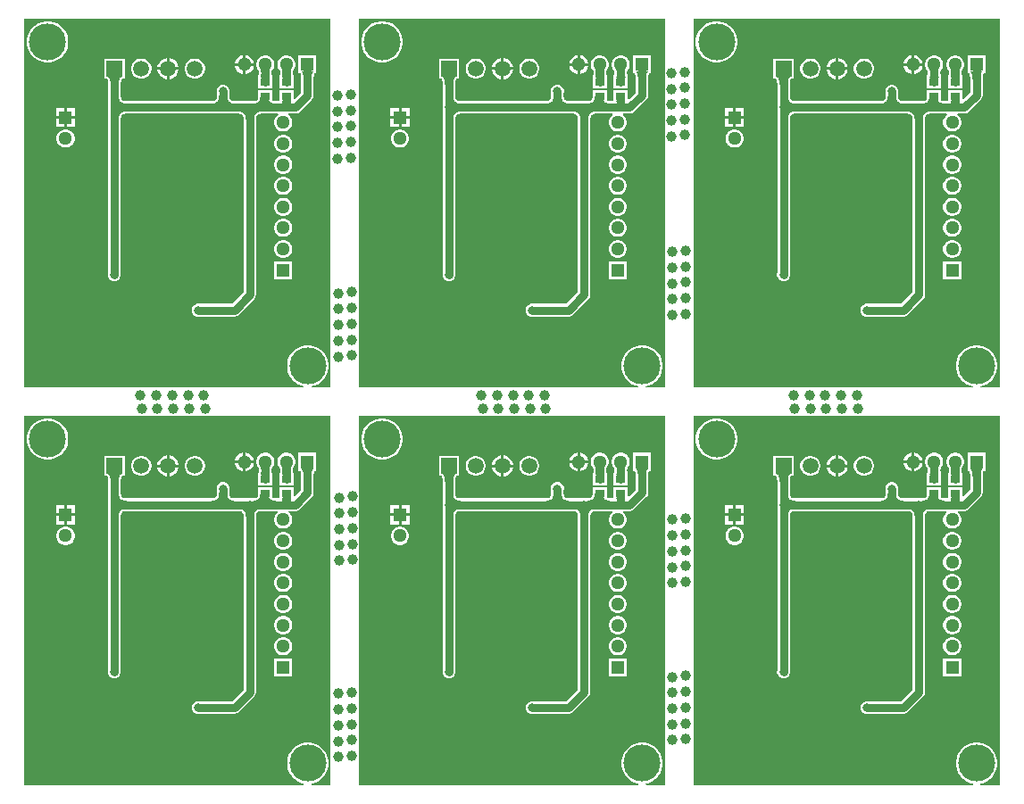
<source format=gbl>
G04*
G04 #@! TF.GenerationSoftware,Altium Limited,Altium Designer,22.7.1 (60)*
G04*
G04 Layer_Physical_Order=2*
G04 Layer_Color=16711680*
%FSTAX24Y24*%
%MOIN*%
G70*
G04*
G04 #@! TF.SameCoordinates,6CD0EBB0-E617-4DF7-9ACC-651BA77C9F88*
G04*
G04*
G04 #@! TF.FilePolarity,Positive*
G04*
G01*
G75*
%ADD14R,0.0374X0.0315*%
%ADD21C,0.0300*%
%ADD23C,0.0394*%
%ADD24C,0.0512*%
%ADD25R,0.0512X0.0512*%
%ADD26R,0.0512X0.0512*%
%ADD27C,0.1380*%
%ADD28C,0.0591*%
%ADD29R,0.0591X0.0591*%
%ADD30C,0.0315*%
G36*
X046641Y025067D02*
X045927D01*
X045922Y025117D01*
X046008Y025134D01*
X046148Y025192D01*
X046274Y025277D01*
X046381Y025384D01*
X046466Y02551D01*
X046524Y02565D01*
X046553Y025799D01*
Y025951D01*
X046524Y026099D01*
X046466Y02624D01*
X046381Y026366D01*
X046274Y026473D01*
X046148Y026557D01*
X046008Y026615D01*
X045859Y026645D01*
X045707D01*
X045559Y026615D01*
X045418Y026557D01*
X045292Y026473D01*
X045185Y026366D01*
X045101Y02624D01*
X045043Y026099D01*
X045013Y025951D01*
Y025799D01*
X045043Y02565D01*
X045101Y02551D01*
X045185Y025384D01*
X045292Y025277D01*
X045418Y025192D01*
X045559Y025134D01*
X045644Y025117D01*
X045639Y025067D01*
X035206D01*
Y038852D01*
X046641D01*
Y025067D01*
D02*
G37*
G36*
X034153D02*
X03344D01*
X033435Y025117D01*
X03352Y025134D01*
X03366Y025192D01*
X033787Y025277D01*
X033894Y025384D01*
X033978Y02551D01*
X034036Y02565D01*
X034066Y025799D01*
Y025951D01*
X034036Y026099D01*
X033978Y02624D01*
X033894Y026366D01*
X033787Y026473D01*
X03366Y026557D01*
X03352Y026615D01*
X033372Y026645D01*
X03322D01*
X033071Y026615D01*
X032931Y026557D01*
X032805Y026473D01*
X032698Y026366D01*
X032613Y02624D01*
X032555Y026099D01*
X032526Y025951D01*
Y025799D01*
X032555Y02565D01*
X032613Y02551D01*
X032698Y025384D01*
X032805Y025277D01*
X032931Y025192D01*
X033071Y025134D01*
X033157Y025117D01*
X033152Y025067D01*
X022718D01*
Y038852D01*
X034153D01*
Y025067D01*
D02*
G37*
G36*
X021666D02*
X020952D01*
X020947Y025117D01*
X021033Y025134D01*
X021173Y025192D01*
X021299Y025277D01*
X021406Y025384D01*
X021491Y02551D01*
X021549Y02565D01*
X021578Y025799D01*
Y025951D01*
X021549Y026099D01*
X021491Y02624D01*
X021406Y026366D01*
X021299Y026473D01*
X021173Y026557D01*
X021033Y026615D01*
X020884Y026645D01*
X020733D01*
X020584Y026615D01*
X020444Y026557D01*
X020317Y026473D01*
X02021Y026366D01*
X020126Y02624D01*
X020068Y026099D01*
X020038Y025951D01*
Y025799D01*
X020068Y02565D01*
X020126Y02551D01*
X02021Y025384D01*
X020317Y025277D01*
X020444Y025192D01*
X020584Y025134D01*
X020669Y025117D01*
X020665Y025067D01*
X010231D01*
Y038852D01*
X021666D01*
Y025067D01*
D02*
G37*
G36*
X046641Y01023D02*
X045927D01*
X045922Y01028D01*
X046008Y010297D01*
X046148Y010355D01*
X046274Y010439D01*
X046381Y010547D01*
X046466Y010673D01*
X046524Y010813D01*
X046553Y010962D01*
Y011113D01*
X046524Y011262D01*
X046466Y011402D01*
X046381Y011528D01*
X046274Y011636D01*
X046148Y01172D01*
X046008Y011778D01*
X045859Y011807D01*
X045707D01*
X045559Y011778D01*
X045418Y01172D01*
X045292Y011636D01*
X045185Y011528D01*
X045101Y011402D01*
X045043Y011262D01*
X045013Y011113D01*
Y010962D01*
X045043Y010813D01*
X045101Y010673D01*
X045185Y010547D01*
X045292Y010439D01*
X045418Y010355D01*
X045559Y010297D01*
X045644Y01028D01*
X045639Y01023D01*
X035206D01*
Y024015D01*
X046641D01*
Y01023D01*
D02*
G37*
G36*
X034153D02*
X03344D01*
X033435Y01028D01*
X03352Y010297D01*
X03366Y010355D01*
X033787Y010439D01*
X033894Y010547D01*
X033978Y010673D01*
X034036Y010813D01*
X034066Y010962D01*
Y011113D01*
X034036Y011262D01*
X033978Y011402D01*
X033894Y011528D01*
X033787Y011636D01*
X03366Y01172D01*
X03352Y011778D01*
X033372Y011807D01*
X03322D01*
X033071Y011778D01*
X032931Y01172D01*
X032805Y011636D01*
X032698Y011528D01*
X032613Y011402D01*
X032555Y011262D01*
X032526Y011113D01*
Y010962D01*
X032555Y010813D01*
X032613Y010673D01*
X032698Y010547D01*
X032805Y010439D01*
X032931Y010355D01*
X033071Y010297D01*
X033157Y01028D01*
X033152Y01023D01*
X022718D01*
Y024015D01*
X034153D01*
Y01023D01*
D02*
G37*
G36*
X021666D02*
X020952D01*
X020947Y01028D01*
X021033Y010297D01*
X021173Y010355D01*
X021299Y010439D01*
X021406Y010547D01*
X021491Y010673D01*
X021549Y010813D01*
X021578Y010962D01*
Y011113D01*
X021549Y011262D01*
X021491Y011402D01*
X021406Y011528D01*
X021299Y011636D01*
X021173Y01172D01*
X021033Y011778D01*
X020884Y011807D01*
X020733D01*
X020584Y011778D01*
X020444Y01172D01*
X020317Y011636D01*
X02021Y011528D01*
X020126Y011402D01*
X020068Y011262D01*
X020038Y011113D01*
Y010962D01*
X020068Y010813D01*
X020126Y010673D01*
X02021Y010547D01*
X020317Y010439D01*
X020444Y010355D01*
X020584Y010297D01*
X020669Y01028D01*
X020665Y01023D01*
X010231D01*
Y024015D01*
X021666D01*
Y01023D01*
D02*
G37*
%LPC*%
G36*
X036149Y038755D02*
X035997D01*
X035849Y038725D01*
X035708Y038667D01*
X035582Y038583D01*
X035475Y038476D01*
X035391Y03835D01*
X035333Y038209D01*
X035303Y038061D01*
Y037909D01*
X035333Y03776D01*
X035391Y03762D01*
X035475Y037494D01*
X035582Y037387D01*
X035708Y037302D01*
X035849Y037244D01*
X035997Y037215D01*
X036149D01*
X036298Y037244D01*
X036438Y037302D01*
X036564Y037387D01*
X036671Y037494D01*
X036756Y03762D01*
X036814Y03776D01*
X036843Y037909D01*
Y038061D01*
X036814Y038209D01*
X036756Y03835D01*
X036671Y038476D01*
X036564Y038583D01*
X036438Y038667D01*
X036298Y038725D01*
X036149Y038755D01*
D02*
G37*
G36*
X043464Y03749D02*
Y037185D01*
X043769D01*
X043745Y037272D01*
X043699Y037353D01*
X043632Y03742D01*
X043551Y037466D01*
X043464Y03749D01*
D02*
G37*
G36*
X043364D02*
X043276Y037466D01*
X043195Y03742D01*
X043129Y037353D01*
X043082Y037272D01*
X043059Y037185D01*
X043364D01*
Y03749D01*
D02*
G37*
G36*
X040625Y03738D02*
X040623D01*
Y037035D01*
X040968D01*
Y037037D01*
X040941Y037137D01*
X040889Y037228D01*
X040816Y037301D01*
X040726Y037353D01*
X040625Y03738D01*
D02*
G37*
G36*
X040523D02*
X040521D01*
X040421Y037353D01*
X04033Y037301D01*
X040257Y037228D01*
X040205Y037137D01*
X040178Y037037D01*
Y037035D01*
X040523D01*
Y03738D01*
D02*
G37*
G36*
X043769Y037085D02*
X043464D01*
Y03678D01*
X043551Y036803D01*
X043632Y03685D01*
X043699Y036916D01*
X043745Y036997D01*
X043769Y037085D01*
D02*
G37*
G36*
X043364D02*
X043059D01*
X043082Y036997D01*
X043129Y036916D01*
X043195Y03685D01*
X043276Y036803D01*
X043364Y03678D01*
Y037085D01*
D02*
G37*
G36*
X041623Y03736D02*
X041524D01*
X041428Y037335D01*
X041343Y037285D01*
X041273Y037215D01*
X041223Y03713D01*
X041198Y037034D01*
Y036935D01*
X041223Y03684D01*
X041273Y036754D01*
X041343Y036685D01*
X041428Y036635D01*
X041524Y03661D01*
X041623D01*
X041718Y036635D01*
X041804Y036685D01*
X041873Y036754D01*
X041923Y03684D01*
X041948Y036935D01*
Y037034D01*
X041923Y03713D01*
X041873Y037215D01*
X041804Y037285D01*
X041718Y037335D01*
X041623Y03736D01*
D02*
G37*
G36*
X039623D02*
X039524D01*
X039428Y037335D01*
X039343Y037285D01*
X039273Y037215D01*
X039223Y03713D01*
X039198Y037034D01*
Y036935D01*
X039223Y03684D01*
X039273Y036754D01*
X039343Y036685D01*
X039428Y036635D01*
X039524Y03661D01*
X039623D01*
X039718Y036635D01*
X039804Y036685D01*
X039873Y036754D01*
X039923Y03684D01*
X039948Y036935D01*
Y037034D01*
X039923Y03713D01*
X039873Y037215D01*
X039804Y037285D01*
X039718Y037335D01*
X039623Y03736D01*
D02*
G37*
G36*
X040968Y036935D02*
X040623D01*
Y03659D01*
X040625D01*
X040726Y036616D01*
X040816Y036669D01*
X040889Y036742D01*
X040941Y036832D01*
X040968Y036933D01*
Y036935D01*
D02*
G37*
G36*
X040523D02*
X040178D01*
Y036933D01*
X040205Y036832D01*
X040257Y036742D01*
X04033Y036669D01*
X040421Y036616D01*
X040521Y03659D01*
X040523D01*
Y036935D01*
D02*
G37*
G36*
X045033Y037471D02*
X044944D01*
X044859Y037448D01*
X044782Y037404D01*
X04472Y037341D01*
X044676Y037264D01*
X044653Y037179D01*
Y037091D01*
X044676Y037005D01*
X04472Y036929D01*
X044744Y036904D01*
X044746Y036901D01*
X044746Y036901D01*
X044747Y036899D01*
X044749Y036892D01*
X04475Y036882D01*
X044754Y036834D01*
Y036814D01*
X044754Y036804D01*
X044749Y036737D01*
X044748Y036734D01*
X044722D01*
Y036655D01*
X044721Y036653D01*
X044721Y036652D01*
X044721Y036651D01*
X044722Y03665D01*
Y036259D01*
X045256D01*
Y03665D01*
X045256Y036651D01*
X045256Y036652D01*
X045256Y036653D01*
X045256Y036655D01*
Y036734D01*
X045231D01*
X045223Y036853D01*
X045224Y036866D01*
X045226Y03688D01*
X045229Y036892D01*
X045231Y036899D01*
X045231Y036901D01*
X045231Y036901D01*
X045233Y036904D01*
X045257Y036929D01*
X045302Y037005D01*
X045325Y037091D01*
Y037179D01*
X045302Y037264D01*
X045257Y037341D01*
X045195Y037404D01*
X045118Y037448D01*
X045033Y037471D01*
D02*
G37*
G36*
X044245D02*
X044157D01*
X044072Y037448D01*
X043995Y037404D01*
X043932Y037341D01*
X043888Y037264D01*
X043865Y037179D01*
Y037091D01*
X043888Y037005D01*
X043932Y036929D01*
X043957Y036904D01*
X043958Y036901D01*
X043958Y036901D01*
X043959Y036899D01*
X043961Y036892D01*
X043963Y036882D01*
X043967Y036834D01*
Y036814D01*
X043966Y036804D01*
X043961Y036737D01*
X043961Y036734D01*
X043934D01*
Y036655D01*
X043934Y036653D01*
X043934Y036652D01*
X043934Y036651D01*
X043934Y03665D01*
Y036259D01*
X044468D01*
Y03665D01*
X044469Y036651D01*
X044468Y036652D01*
X044469Y036653D01*
X044468Y036655D01*
Y036734D01*
X044444D01*
X044436Y036853D01*
X044437Y036866D01*
X044439Y03688D01*
X044441Y036892D01*
X044443Y036899D01*
X044444Y036901D01*
X044444Y036901D01*
X044446Y036904D01*
X04447Y036929D01*
X044514Y037005D01*
X044537Y037091D01*
Y037179D01*
X044514Y037264D01*
X04447Y037341D01*
X044407Y037404D01*
X044331Y037448D01*
X044245Y037471D01*
D02*
G37*
G36*
X046112D02*
X04544D01*
Y036882D01*
X04544Y03688D01*
X04544Y036878D01*
Y036799D01*
X045513D01*
X045516Y036794D01*
X045523Y036778D01*
X04553Y036753D01*
X045536Y036722D01*
X045542Y036655D01*
Y036085D01*
X045302Y035845D01*
X045256Y035864D01*
Y036183D01*
X044722D01*
Y035791D01*
X044721Y035789D01*
X044687Y035773D01*
X044675Y035769D01*
X044561D01*
X044523Y035775D01*
X044489Y035784D01*
X044468Y035794D01*
Y036183D01*
X043934D01*
Y035961D01*
X04393Y035938D01*
Y035899D01*
X043924Y03587D01*
X043914Y035846D01*
X043902Y035827D01*
X043886Y035811D01*
X043866Y035797D01*
X043839Y035784D01*
X043805Y035775D01*
X043768Y035769D01*
X043024D01*
X042985Y035776D01*
X042953Y035787D01*
X042927Y035801D01*
X042906Y035818D01*
X042889Y035838D01*
X042875Y035864D01*
X042864Y035897D01*
X042858Y035935D01*
Y03608D01*
X042861Y036088D01*
Y036182D01*
X042824Y036269D01*
X042758Y036336D01*
X04267Y036372D01*
X042576D01*
X042489Y036336D01*
X042422Y036269D01*
X042386Y036182D01*
Y036088D01*
X042389Y03608D01*
Y035935D01*
X042382Y035897D01*
X042371Y035864D01*
X042357Y035838D01*
X04234Y035818D01*
X04232Y035801D01*
X042294Y035787D01*
X042261Y035776D01*
X042223Y035769D01*
X038974D01*
X038935Y035776D01*
X038903Y035787D01*
X038877Y035801D01*
X038856Y035818D01*
X038839Y035838D01*
X038825Y035864D01*
X038814Y035897D01*
X038808Y035935D01*
Y036462D01*
X03881Y036489D01*
X038816Y036527D01*
X038824Y036558D01*
X038833Y03658D01*
X038841Y036595D01*
X038848Y036602D01*
X038853Y036606D01*
X038859Y036608D01*
X038875Y03661D01*
X038948D01*
Y036689D01*
X038949Y036691D01*
X038948Y036693D01*
Y03736D01*
X038198D01*
Y036693D01*
X038198Y036691D01*
X038198Y036689D01*
Y03661D01*
X038271D01*
X038288Y036608D01*
X038293Y036606D01*
X038298Y036602D01*
X038305Y036595D01*
X038314Y03658D01*
X038322Y036558D01*
X03833Y036527D01*
X038336Y036489D01*
X038339Y036462D01*
Y029339D01*
X038336Y029332D01*
Y029238D01*
X038372Y02915D01*
X038439Y029084D01*
X038526Y029047D01*
X03862D01*
X038708Y029084D01*
X038774Y02915D01*
X038811Y029238D01*
Y029332D01*
X038808Y029339D01*
Y035134D01*
X038814Y035173D01*
X038825Y035205D01*
X038839Y035231D01*
X038856Y035252D01*
X038877Y035269D01*
X038903Y035283D01*
X038935Y035294D01*
X038974Y0353D01*
X043223D01*
X043261Y035294D01*
X043294Y035283D01*
X04332Y035269D01*
X04334Y035252D01*
X043357Y035231D01*
X043371Y035205D01*
X043382Y035173D01*
X043389Y035134D01*
Y028632D01*
X042954Y028198D01*
X041742D01*
X041735Y028201D01*
X04164D01*
X041553Y028164D01*
X041486Y028098D01*
X04145Y02801D01*
Y027916D01*
X041486Y027829D01*
X041553Y027762D01*
X04164Y027726D01*
X041735D01*
X041742Y027729D01*
X043051D01*
X043141Y027746D01*
X043217Y027797D01*
X043789Y028369D01*
X043789Y028369D01*
X04384Y028445D01*
X043858Y028535D01*
Y035134D01*
X043864Y035173D01*
X043875Y035205D01*
X043889Y035231D01*
X043906Y035252D01*
X043927Y035269D01*
X043953Y035283D01*
X043985Y035294D01*
X044024Y0353D01*
X04467D01*
X044684Y03525D01*
X044667Y035241D01*
X044604Y035178D01*
X04456Y035101D01*
X044537Y035016D01*
Y034928D01*
X04456Y034842D01*
X044604Y034766D01*
X044667Y034703D01*
X044743Y034659D01*
X044829Y034636D01*
X044917D01*
X045003Y034659D01*
X045079Y034703D01*
X045142Y034766D01*
X045186Y034842D01*
X045209Y034928D01*
Y035016D01*
X045186Y035101D01*
X045142Y035178D01*
X045079Y035241D01*
X045063Y03525D01*
X045076Y0353D01*
X045323D01*
X045413Y035318D01*
X045489Y035369D01*
X045942Y035822D01*
X045942Y035822D01*
X045993Y035898D01*
X046011Y035988D01*
X046011Y035988D01*
Y036665D01*
X046011Y036681D01*
X046016Y036721D01*
X046022Y036753D01*
X046029Y036778D01*
X046036Y036794D01*
X046039Y036799D01*
X046112D01*
Y036878D01*
X046112Y03688D01*
X046112Y036882D01*
Y037471D01*
D02*
G37*
G36*
X0371Y035511D02*
X036794D01*
Y035205D01*
X0371D01*
Y035511D01*
D02*
G37*
G36*
X036694D02*
X036388D01*
Y035205D01*
X036694D01*
Y035511D01*
D02*
G37*
G36*
X0371Y035105D02*
X036794D01*
Y034799D01*
X0371D01*
Y035105D01*
D02*
G37*
G36*
X036694D02*
X036388D01*
Y034799D01*
X036694D01*
Y035105D01*
D02*
G37*
G36*
X036788Y034704D02*
X0367D01*
X036614Y034681D01*
X036537Y034637D01*
X036475Y034574D01*
X036431Y034498D01*
X036408Y034412D01*
Y034324D01*
X036431Y034238D01*
X036475Y034162D01*
X036537Y034099D01*
X036614Y034055D01*
X0367Y034032D01*
X036788D01*
X036873Y034055D01*
X03695Y034099D01*
X037013Y034162D01*
X037057Y034238D01*
X03708Y034324D01*
Y034412D01*
X037057Y034498D01*
X037013Y034574D01*
X03695Y034637D01*
X036873Y034681D01*
X036788Y034704D01*
D02*
G37*
G36*
X044917Y03452D02*
X044829D01*
X044743Y034497D01*
X044667Y034453D01*
X044604Y034391D01*
X04456Y034314D01*
X044537Y034229D01*
Y03414D01*
X04456Y034055D01*
X044604Y033978D01*
X044667Y033916D01*
X044743Y033871D01*
X044829Y033849D01*
X044917D01*
X045003Y033871D01*
X045079Y033916D01*
X045142Y033978D01*
X045186Y034055D01*
X045209Y03414D01*
Y034229D01*
X045186Y034314D01*
X045142Y034391D01*
X045079Y034453D01*
X045003Y034497D01*
X044917Y03452D01*
D02*
G37*
G36*
Y033733D02*
X044829D01*
X044743Y03371D01*
X044667Y033666D01*
X044604Y033603D01*
X04456Y033527D01*
X044537Y033441D01*
Y033353D01*
X04456Y033267D01*
X044604Y033191D01*
X044667Y033128D01*
X044743Y033084D01*
X044829Y033061D01*
X044917D01*
X045003Y033084D01*
X045079Y033128D01*
X045142Y033191D01*
X045186Y033267D01*
X045209Y033353D01*
Y033441D01*
X045186Y033527D01*
X045142Y033603D01*
X045079Y033666D01*
X045003Y03371D01*
X044917Y033733D01*
D02*
G37*
G36*
Y032946D02*
X044829D01*
X044743Y032923D01*
X044667Y032878D01*
X044604Y032816D01*
X04456Y032739D01*
X044537Y032654D01*
Y032565D01*
X04456Y03248D01*
X044604Y032403D01*
X044667Y032341D01*
X044743Y032297D01*
X044829Y032274D01*
X044917D01*
X045003Y032297D01*
X045079Y032341D01*
X045142Y032403D01*
X045186Y03248D01*
X045209Y032565D01*
Y032654D01*
X045186Y032739D01*
X045142Y032816D01*
X045079Y032878D01*
X045003Y032923D01*
X044917Y032946D01*
D02*
G37*
G36*
Y032158D02*
X044829D01*
X044743Y032135D01*
X044667Y032091D01*
X044604Y032028D01*
X04456Y031952D01*
X044537Y031866D01*
Y031778D01*
X04456Y031693D01*
X044604Y031616D01*
X044667Y031553D01*
X044743Y031509D01*
X044829Y031486D01*
X044917D01*
X045003Y031509D01*
X045079Y031553D01*
X045142Y031616D01*
X045186Y031693D01*
X045209Y031778D01*
Y031866D01*
X045186Y031952D01*
X045142Y032028D01*
X045079Y032091D01*
X045003Y032135D01*
X044917Y032158D01*
D02*
G37*
G36*
Y031371D02*
X044829D01*
X044743Y031348D01*
X044667Y031304D01*
X044604Y031241D01*
X04456Y031164D01*
X044537Y031079D01*
Y030991D01*
X04456Y030905D01*
X044604Y030829D01*
X044667Y030766D01*
X044743Y030722D01*
X044829Y030699D01*
X044917D01*
X045003Y030722D01*
X045079Y030766D01*
X045142Y030829D01*
X045186Y030905D01*
X045209Y030991D01*
Y031079D01*
X045186Y031164D01*
X045142Y031241D01*
X045079Y031304D01*
X045003Y031348D01*
X044917Y031371D01*
D02*
G37*
G36*
Y030583D02*
X044829D01*
X044743Y03056D01*
X044667Y030516D01*
X044604Y030454D01*
X04456Y030377D01*
X044537Y030292D01*
Y030203D01*
X04456Y030118D01*
X044604Y030041D01*
X044667Y029979D01*
X044743Y029934D01*
X044829Y029912D01*
X044917D01*
X045003Y029934D01*
X045079Y029979D01*
X045142Y030041D01*
X045186Y030118D01*
X045209Y030203D01*
Y030292D01*
X045186Y030377D01*
X045142Y030454D01*
X045079Y030516D01*
X045003Y03056D01*
X044917Y030583D01*
D02*
G37*
G36*
X045209Y029796D02*
X044537D01*
Y029124D01*
X045209D01*
Y029796D01*
D02*
G37*
%LPD*%
G36*
X045139Y036952D02*
X045168D01*
X045162Y036945D01*
X045157Y036936D01*
X045153Y036924D01*
X045149Y03691D01*
X045146Y036893D01*
X045143Y036874D01*
X045142Y036854D01*
X045152Y036701D01*
X045156Y03668D01*
X045162Y036665D01*
X045168Y036656D01*
X045174Y036653D01*
X044803D01*
X04481Y036656D01*
X044816Y036665D01*
X044821Y03668D01*
X044826Y036701D01*
X04483Y036728D01*
X044835Y0368D01*
X044836Y036832D01*
X044831Y036893D01*
X044828Y03691D01*
X044824Y036924D01*
X04482Y036936D01*
X044815Y036945D01*
X044809Y036952D01*
X044839D01*
X044839Y036953D01*
X045139D01*
X045139Y036952D01*
D02*
G37*
G36*
X044351D02*
X04438D01*
X044375Y036945D01*
X04437Y036936D01*
X044365Y036924D01*
X044362Y03691D01*
X044358Y036893D01*
X044356Y036874D01*
X044354Y036854D01*
X044364Y036701D01*
X044369Y03668D01*
X044374Y036665D01*
X04438Y036656D01*
X044387Y036653D01*
X044015D01*
X044022Y036656D01*
X044028Y036665D01*
X044034Y03668D01*
X044038Y036701D01*
X044042Y036728D01*
X044048Y0368D01*
X044049Y036832D01*
X044044Y036893D01*
X044041Y03691D01*
X044037Y036924D01*
X044033Y036936D01*
X044028Y036945D01*
X044022Y036952D01*
X044051D01*
X044051Y036953D01*
X044351D01*
X044351Y036952D01*
D02*
G37*
G36*
X046011Y036877D02*
X045993Y036868D01*
X045977Y036853D01*
X045964Y036832D01*
X045952Y036805D01*
X045943Y036772D01*
X045935Y036733D01*
X04593Y036688D01*
X045927Y036637D01*
X045926Y03658D01*
X045626D01*
X045625Y036637D01*
X045617Y036733D01*
X045609Y036772D01*
X0456Y036805D01*
X045588Y036832D01*
X045575Y036853D01*
X045559Y036868D01*
X045541Y036877D01*
X045521Y03688D01*
X046031D01*
X046011Y036877D01*
D02*
G37*
G36*
X03884Y036688D02*
X038815Y036679D01*
X038794Y036664D01*
X038775Y036643D01*
X038759Y036616D01*
X038746Y036583D01*
X038736Y036544D01*
X038729Y036499D01*
X038725Y036448D01*
X038723Y036391D01*
X038423D01*
X038422Y036448D01*
X038417Y036499D01*
X03841Y036544D01*
X0384Y036583D01*
X038387Y036616D01*
X038371Y036643D01*
X038353Y036664D01*
X038331Y036679D01*
X038306Y036688D01*
X038279Y036691D01*
X038867D01*
X03884Y036688D01*
D02*
G37*
G36*
X045168Y035787D02*
X045162Y03578D01*
X045156Y035768D01*
X045152Y035751D01*
X045148Y03573D01*
X045144Y035703D01*
X04514Y035636D01*
X045139Y03555D01*
X044839D01*
X044838Y035596D01*
X04483Y03573D01*
X044826Y035751D01*
X044821Y035768D01*
X044816Y03578D01*
X04481Y035787D01*
X044803Y035789D01*
X045174D01*
X045168Y035787D01*
D02*
G37*
G36*
X044317Y03589D02*
X044326Y035847D01*
X044341Y035809D01*
X044354Y035789D01*
X044387D01*
X044373Y035787D01*
X044361Y035779D01*
X04436Y035779D01*
X044362Y035776D01*
X044389Y035748D01*
X044422Y035725D01*
X044461Y035708D01*
X044506Y035695D01*
X044557Y035687D01*
X044614Y035685D01*
X044164Y035385D01*
X043714Y035685D01*
X043771Y035687D01*
X043822Y035695D01*
X043867Y035708D01*
X043906Y035725D01*
X043939Y035748D01*
X043966Y035776D01*
X043987Y035809D01*
X044002Y035847D01*
X044011Y03589D01*
X044014Y035938D01*
X044314D01*
X044317Y03589D01*
D02*
G37*
G36*
X042776Y035928D02*
X042785Y035877D01*
X0428Y035832D01*
X042821Y035793D01*
X042848Y03576D01*
X042881Y035733D01*
X04292Y035712D01*
X042965Y035697D01*
X043016Y035688D01*
X043073Y035685D01*
X042623Y035385D01*
X042173Y035685D01*
X04223Y035688D01*
X042281Y035697D01*
X042326Y035712D01*
X042365Y035733D01*
X042398Y03576D01*
X042425Y035793D01*
X042446Y035832D01*
X042461Y035877D01*
X04247Y035928D01*
X042473Y035985D01*
X042773D01*
X042776Y035928D01*
D02*
G37*
G36*
X044073Y035385D02*
X044016Y035382D01*
X043965Y035373D01*
X04392Y035358D01*
X043881Y035337D01*
X043848Y03531D01*
X043821Y035277D01*
X0438Y035238D01*
X043785Y035193D01*
X043776Y035142D01*
X043773Y035085D01*
X043473D01*
X04347Y035142D01*
X043461Y035193D01*
X043446Y035238D01*
X043425Y035277D01*
X043398Y03531D01*
X043365Y035337D01*
X043326Y035358D01*
X043281Y035373D01*
X04323Y035382D01*
X043173Y035385D01*
X043623Y035685D01*
X044073Y035385D01*
D02*
G37*
G36*
X038726Y035928D02*
X038735Y035877D01*
X03875Y035832D01*
X038771Y035793D01*
X038798Y03576D01*
X038831Y035733D01*
X03887Y035712D01*
X038915Y035697D01*
X038966Y035688D01*
X039023Y035685D01*
Y035385D01*
X038966Y035382D01*
X038915Y035373D01*
X03887Y035358D01*
X038831Y035337D01*
X038798Y03531D01*
X038771Y035277D01*
X03875Y035238D01*
X038735Y035193D01*
X038726Y035142D01*
X038723Y035085D01*
X038423Y035535D01*
X038723Y035985D01*
X038726Y035928D01*
D02*
G37*
%LPC*%
G36*
X023662Y038755D02*
X02351D01*
X023361Y038725D01*
X023221Y038667D01*
X023095Y038583D01*
X022988Y038476D01*
X022903Y03835D01*
X022845Y038209D01*
X022816Y038061D01*
Y037909D01*
X022845Y03776D01*
X022903Y03762D01*
X022988Y037494D01*
X023095Y037387D01*
X023221Y037302D01*
X023361Y037244D01*
X02351Y037215D01*
X023662D01*
X02381Y037244D01*
X02395Y037302D01*
X024077Y037387D01*
X024184Y037494D01*
X024268Y03762D01*
X024326Y03776D01*
X024356Y037909D01*
Y038061D01*
X024326Y038209D01*
X024268Y03835D01*
X024184Y038476D01*
X024077Y038583D01*
X02395Y038667D01*
X02381Y038725D01*
X023662Y038755D01*
D02*
G37*
G36*
X030976Y03749D02*
Y037185D01*
X031281D01*
X031258Y037272D01*
X031211Y037353D01*
X031145Y03742D01*
X031064Y037466D01*
X030976Y03749D01*
D02*
G37*
G36*
X030876D02*
X030789Y037466D01*
X030708Y03742D01*
X030642Y037353D01*
X030595Y037272D01*
X030571Y037185D01*
X030876D01*
Y03749D01*
D02*
G37*
G36*
X028138Y03738D02*
X028136D01*
Y037035D01*
X028481D01*
Y037037D01*
X028454Y037137D01*
X028402Y037228D01*
X028328Y037301D01*
X028238Y037353D01*
X028138Y03738D01*
D02*
G37*
G36*
X028036D02*
X028034D01*
X027933Y037353D01*
X027843Y037301D01*
X027769Y037228D01*
X027717Y037137D01*
X02769Y037037D01*
Y037035D01*
X028036D01*
Y03738D01*
D02*
G37*
G36*
X031281Y037085D02*
X030976D01*
Y03678D01*
X031064Y036803D01*
X031145Y03685D01*
X031211Y036916D01*
X031258Y036997D01*
X031281Y037085D01*
D02*
G37*
G36*
X030876D02*
X030571D01*
X030595Y036997D01*
X030642Y036916D01*
X030708Y03685D01*
X030789Y036803D01*
X030876Y03678D01*
Y037085D01*
D02*
G37*
G36*
X029135Y03736D02*
X029036D01*
X028941Y037335D01*
X028855Y037285D01*
X028785Y037215D01*
X028736Y03713D01*
X02871Y037034D01*
Y036935D01*
X028736Y03684D01*
X028785Y036754D01*
X028855Y036685D01*
X028941Y036635D01*
X029036Y03661D01*
X029135D01*
X029231Y036635D01*
X029316Y036685D01*
X029386Y036754D01*
X029435Y03684D01*
X029461Y036935D01*
Y037034D01*
X029435Y03713D01*
X029386Y037215D01*
X029316Y037285D01*
X029231Y037335D01*
X029135Y03736D01*
D02*
G37*
G36*
X027135D02*
X027036D01*
X026941Y037335D01*
X026855Y037285D01*
X026785Y037215D01*
X026736Y03713D01*
X02671Y037034D01*
Y036935D01*
X026736Y03684D01*
X026785Y036754D01*
X026855Y036685D01*
X026941Y036635D01*
X027036Y03661D01*
X027135D01*
X027231Y036635D01*
X027316Y036685D01*
X027386Y036754D01*
X027435Y03684D01*
X027461Y036935D01*
Y037034D01*
X027435Y03713D01*
X027386Y037215D01*
X027316Y037285D01*
X027231Y037335D01*
X027135Y03736D01*
D02*
G37*
G36*
X028481Y036935D02*
X028136D01*
Y03659D01*
X028138D01*
X028238Y036616D01*
X028328Y036669D01*
X028402Y036742D01*
X028454Y036832D01*
X028481Y036933D01*
Y036935D01*
D02*
G37*
G36*
X028036D02*
X02769D01*
Y036933D01*
X027717Y036832D01*
X027769Y036742D01*
X027843Y036669D01*
X027933Y036616D01*
X028034Y03659D01*
X028036D01*
Y036935D01*
D02*
G37*
G36*
X032545Y037471D02*
X032457D01*
X032372Y037448D01*
X032295Y037404D01*
X032232Y037341D01*
X032188Y037264D01*
X032165Y037179D01*
Y037091D01*
X032188Y037005D01*
X032232Y036929D01*
X032257Y036904D01*
X032258Y036901D01*
X032258Y036901D01*
X032259Y036899D01*
X032261Y036892D01*
X032263Y036882D01*
X032267Y036834D01*
Y036814D01*
X032266Y036804D01*
X032261Y036737D01*
X032261Y036734D01*
X032234D01*
Y036655D01*
X032234Y036653D01*
X032234Y036652D01*
X032234Y036651D01*
X032234Y03665D01*
Y036259D01*
X032768D01*
Y03665D01*
X032769Y036651D01*
X032768Y036652D01*
X032769Y036653D01*
X032768Y036655D01*
Y036734D01*
X032744D01*
X032736Y036853D01*
X032737Y036866D01*
X032739Y03688D01*
X032741Y036892D01*
X032743Y036899D01*
X032744Y036901D01*
X032744Y036901D01*
X032746Y036904D01*
X03277Y036929D01*
X032814Y037005D01*
X032837Y037091D01*
Y037179D01*
X032814Y037264D01*
X03277Y037341D01*
X032707Y037404D01*
X032631Y037448D01*
X032545Y037471D01*
D02*
G37*
G36*
X031758D02*
X03167D01*
X031584Y037448D01*
X031508Y037404D01*
X031445Y037341D01*
X031401Y037264D01*
X031378Y037179D01*
Y037091D01*
X031401Y037005D01*
X031445Y036929D01*
X031469Y036904D01*
X031471Y036901D01*
X031471Y036901D01*
X031472Y036899D01*
X031474Y036892D01*
X031476Y036882D01*
X031479Y036834D01*
Y036814D01*
X031479Y036804D01*
X031474Y036737D01*
X031473Y036734D01*
X031447D01*
Y036655D01*
X031446Y036653D01*
X031447Y036652D01*
X031446Y036651D01*
X031447Y03665D01*
Y036259D01*
X031981D01*
Y03665D01*
X031981Y036651D01*
X031981Y036652D01*
X031981Y036653D01*
X031981Y036655D01*
Y036734D01*
X031956D01*
X031949Y036853D01*
X03195Y036866D01*
X031952Y03688D01*
X031954Y036892D01*
X031956Y036899D01*
X031957Y036901D01*
X031957Y036901D01*
X031958Y036904D01*
X031983Y036929D01*
X032027Y037005D01*
X03205Y037091D01*
Y037179D01*
X032027Y037264D01*
X031983Y037341D01*
X03192Y037404D01*
X031843Y037448D01*
X031758Y037471D01*
D02*
G37*
G36*
X033625D02*
X032953D01*
Y036882D01*
X032952Y03688D01*
X032953Y036878D01*
Y036799D01*
X033025D01*
X033029Y036794D01*
X033035Y036778D01*
X033042Y036753D01*
X033048Y036722D01*
X033054Y036655D01*
Y036085D01*
X032814Y035845D01*
X032768Y035864D01*
Y036183D01*
X032234D01*
Y035791D01*
X032234Y035789D01*
X032199Y035773D01*
X032187Y035769D01*
X032073D01*
X032036Y035775D01*
X032002Y035784D01*
X031981Y035794D01*
Y036183D01*
X031447D01*
Y035961D01*
X031442Y035938D01*
Y035899D01*
X031436Y03587D01*
X031427Y035846D01*
X031414Y035827D01*
X031399Y035811D01*
X031378Y035797D01*
X031352Y035784D01*
X031318Y035775D01*
X03128Y035769D01*
X030536D01*
X030498Y035776D01*
X030465Y035787D01*
X030439Y035801D01*
X030419Y035818D01*
X030402Y035838D01*
X030388Y035864D01*
X030377Y035897D01*
X03037Y035935D01*
Y03608D01*
X030373Y036088D01*
Y036182D01*
X030337Y036269D01*
X03027Y036336D01*
X030183Y036372D01*
X030089D01*
X030001Y036336D01*
X029934Y036269D01*
X029898Y036182D01*
Y036088D01*
X029901Y03608D01*
Y035935D01*
X029894Y035897D01*
X029884Y035864D01*
X02987Y035838D01*
X029853Y035818D01*
X029832Y035801D01*
X029806Y035787D01*
X029774Y035776D01*
X029735Y035769D01*
X026486D01*
X026448Y035776D01*
X026415Y035787D01*
X026389Y035801D01*
X026369Y035818D01*
X026352Y035838D01*
X026338Y035864D01*
X026327Y035897D01*
X02632Y035935D01*
Y036462D01*
X026323Y036489D01*
X026329Y036527D01*
X026337Y036558D01*
X026345Y03658D01*
X026354Y036595D01*
X026361Y036602D01*
X026366Y036606D01*
X026371Y036608D01*
X026388Y03661D01*
X026461D01*
Y036689D01*
X026461Y036691D01*
X026461Y036693D01*
Y03736D01*
X02571D01*
Y036693D01*
X02571Y036691D01*
X02571Y036689D01*
Y03661D01*
X025784D01*
X0258Y036608D01*
X025806Y036606D01*
X025811Y036602D01*
X025818Y036595D01*
X025826Y03658D01*
X025835Y036558D01*
X025843Y036527D01*
X025849Y036489D01*
X025851Y036462D01*
Y029339D01*
X025848Y029332D01*
Y029238D01*
X025884Y02915D01*
X025951Y029084D01*
X026039Y029047D01*
X026133D01*
X02622Y029084D01*
X026287Y02915D01*
X026323Y029238D01*
Y029332D01*
X02632Y029339D01*
Y035134D01*
X026327Y035173D01*
X026338Y035205D01*
X026352Y035231D01*
X026369Y035252D01*
X026389Y035269D01*
X026415Y035283D01*
X026448Y035294D01*
X026486Y0353D01*
X030735D01*
X030774Y035294D01*
X030806Y035283D01*
X030832Y035269D01*
X030853Y035252D01*
X03087Y035231D01*
X030884Y035205D01*
X030894Y035173D01*
X030901Y035134D01*
Y028632D01*
X030467Y028198D01*
X029255D01*
X029247Y028201D01*
X029153D01*
X029066Y028164D01*
X028999Y028098D01*
X028963Y02801D01*
Y027916D01*
X028999Y027829D01*
X029066Y027762D01*
X029153Y027726D01*
X029247D01*
X029255Y027729D01*
X030564D01*
X030654Y027746D01*
X03073Y027797D01*
X031302Y028369D01*
X031302Y028369D01*
X031352Y028445D01*
X03137Y028535D01*
Y035134D01*
X031377Y035173D01*
X031388Y035205D01*
X031402Y035231D01*
X031419Y035252D01*
X031439Y035269D01*
X031465Y035283D01*
X031498Y035294D01*
X031536Y0353D01*
X032183D01*
X032196Y03525D01*
X03218Y035241D01*
X032117Y035178D01*
X032073Y035101D01*
X03205Y035016D01*
Y034928D01*
X032073Y034842D01*
X032117Y034766D01*
X03218Y034703D01*
X032256Y034659D01*
X032342Y034636D01*
X03243D01*
X032515Y034659D01*
X032592Y034703D01*
X032655Y034766D01*
X032699Y034842D01*
X032722Y034928D01*
Y035016D01*
X032699Y035101D01*
X032655Y035178D01*
X032592Y035241D01*
X032575Y03525D01*
X032589Y0353D01*
X032836D01*
X032925Y035318D01*
X033002Y035369D01*
X033454Y035822D01*
X033454Y035822D01*
X033505Y035898D01*
X033523Y035988D01*
X033523Y035988D01*
Y036665D01*
X033524Y036681D01*
X033529Y036721D01*
X033535Y036753D01*
X033542Y036778D01*
X033549Y036794D01*
X033552Y036799D01*
X033625D01*
Y036878D01*
X033625Y03688D01*
X033625Y036882D01*
Y037471D01*
D02*
G37*
G36*
X024612Y035511D02*
X024306D01*
Y035205D01*
X024612D01*
Y035511D01*
D02*
G37*
G36*
X024206D02*
X0239D01*
Y035205D01*
X024206D01*
Y035511D01*
D02*
G37*
G36*
X024612Y035105D02*
X024306D01*
Y034799D01*
X024612D01*
Y035105D01*
D02*
G37*
G36*
X024206D02*
X0239D01*
Y034799D01*
X024206D01*
Y035105D01*
D02*
G37*
G36*
X024301Y034704D02*
X024212D01*
X024127Y034681D01*
X02405Y034637D01*
X023988Y034574D01*
X023943Y034498D01*
X02392Y034412D01*
Y034324D01*
X023943Y034238D01*
X023988Y034162D01*
X02405Y034099D01*
X024127Y034055D01*
X024212Y034032D01*
X024301D01*
X024386Y034055D01*
X024463Y034099D01*
X024525Y034162D01*
X024569Y034238D01*
X024592Y034324D01*
Y034412D01*
X024569Y034498D01*
X024525Y034574D01*
X024463Y034637D01*
X024386Y034681D01*
X024301Y034704D01*
D02*
G37*
G36*
X03243Y03452D02*
X032342D01*
X032256Y034497D01*
X03218Y034453D01*
X032117Y034391D01*
X032073Y034314D01*
X03205Y034229D01*
Y03414D01*
X032073Y034055D01*
X032117Y033978D01*
X03218Y033916D01*
X032256Y033871D01*
X032342Y033849D01*
X03243D01*
X032515Y033871D01*
X032592Y033916D01*
X032655Y033978D01*
X032699Y034055D01*
X032722Y03414D01*
Y034229D01*
X032699Y034314D01*
X032655Y034391D01*
X032592Y034453D01*
X032515Y034497D01*
X03243Y03452D01*
D02*
G37*
G36*
Y033733D02*
X032342D01*
X032256Y03371D01*
X03218Y033666D01*
X032117Y033603D01*
X032073Y033527D01*
X03205Y033441D01*
Y033353D01*
X032073Y033267D01*
X032117Y033191D01*
X03218Y033128D01*
X032256Y033084D01*
X032342Y033061D01*
X03243D01*
X032515Y033084D01*
X032592Y033128D01*
X032655Y033191D01*
X032699Y033267D01*
X032722Y033353D01*
Y033441D01*
X032699Y033527D01*
X032655Y033603D01*
X032592Y033666D01*
X032515Y03371D01*
X03243Y033733D01*
D02*
G37*
G36*
Y032946D02*
X032342D01*
X032256Y032923D01*
X03218Y032878D01*
X032117Y032816D01*
X032073Y032739D01*
X03205Y032654D01*
Y032565D01*
X032073Y03248D01*
X032117Y032403D01*
X03218Y032341D01*
X032256Y032297D01*
X032342Y032274D01*
X03243D01*
X032515Y032297D01*
X032592Y032341D01*
X032655Y032403D01*
X032699Y03248D01*
X032722Y032565D01*
Y032654D01*
X032699Y032739D01*
X032655Y032816D01*
X032592Y032878D01*
X032515Y032923D01*
X03243Y032946D01*
D02*
G37*
G36*
Y032158D02*
X032342D01*
X032256Y032135D01*
X03218Y032091D01*
X032117Y032028D01*
X032073Y031952D01*
X03205Y031866D01*
Y031778D01*
X032073Y031693D01*
X032117Y031616D01*
X03218Y031553D01*
X032256Y031509D01*
X032342Y031486D01*
X03243D01*
X032515Y031509D01*
X032592Y031553D01*
X032655Y031616D01*
X032699Y031693D01*
X032722Y031778D01*
Y031866D01*
X032699Y031952D01*
X032655Y032028D01*
X032592Y032091D01*
X032515Y032135D01*
X03243Y032158D01*
D02*
G37*
G36*
Y031371D02*
X032342D01*
X032256Y031348D01*
X03218Y031304D01*
X032117Y031241D01*
X032073Y031164D01*
X03205Y031079D01*
Y030991D01*
X032073Y030905D01*
X032117Y030829D01*
X03218Y030766D01*
X032256Y030722D01*
X032342Y030699D01*
X03243D01*
X032515Y030722D01*
X032592Y030766D01*
X032655Y030829D01*
X032699Y030905D01*
X032722Y030991D01*
Y031079D01*
X032699Y031164D01*
X032655Y031241D01*
X032592Y031304D01*
X032515Y031348D01*
X03243Y031371D01*
D02*
G37*
G36*
Y030583D02*
X032342D01*
X032256Y03056D01*
X03218Y030516D01*
X032117Y030454D01*
X032073Y030377D01*
X03205Y030292D01*
Y030203D01*
X032073Y030118D01*
X032117Y030041D01*
X03218Y029979D01*
X032256Y029934D01*
X032342Y029912D01*
X03243D01*
X032515Y029934D01*
X032592Y029979D01*
X032655Y030041D01*
X032699Y030118D01*
X032722Y030203D01*
Y030292D01*
X032699Y030377D01*
X032655Y030454D01*
X032592Y030516D01*
X032515Y03056D01*
X03243Y030583D01*
D02*
G37*
G36*
X032722Y029796D02*
X03205D01*
Y029124D01*
X032722D01*
Y029796D01*
D02*
G37*
%LPD*%
G36*
X032651Y036952D02*
X03268D01*
X032675Y036945D01*
X03267Y036936D01*
X032665Y036924D01*
X032662Y03691D01*
X032658Y036893D01*
X032656Y036874D01*
X032654Y036854D01*
X032664Y036701D01*
X032669Y03668D01*
X032674Y036665D01*
X03268Y036656D01*
X032687Y036653D01*
X032315D01*
X032322Y036656D01*
X032328Y036665D01*
X032334Y03668D01*
X032338Y036701D01*
X032342Y036728D01*
X032348Y0368D01*
X032349Y036832D01*
X032344Y036893D01*
X032341Y03691D01*
X032337Y036924D01*
X032333Y036936D01*
X032328Y036945D01*
X032322Y036952D01*
X032351D01*
X032351Y036953D01*
X032651D01*
X032651Y036952D01*
D02*
G37*
G36*
X031864D02*
X031893D01*
X031887Y036945D01*
X031882Y036936D01*
X031878Y036924D01*
X031874Y03691D01*
X031871Y036893D01*
X031868Y036874D01*
X031867Y036854D01*
X031877Y036701D01*
X031881Y03668D01*
X031887Y036665D01*
X031893Y036656D01*
X0319Y036653D01*
X031528D01*
X031535Y036656D01*
X031541Y036665D01*
X031546Y03668D01*
X031551Y036701D01*
X031555Y036728D01*
X031561Y0368D01*
X031561Y036832D01*
X031557Y036893D01*
X031553Y03691D01*
X03155Y036924D01*
X031545Y036936D01*
X03154Y036945D01*
X031535Y036952D01*
X031564D01*
X031564Y036953D01*
X031864D01*
X031864Y036952D01*
D02*
G37*
G36*
X033523Y036877D02*
X033506Y036868D01*
X03349Y036853D01*
X033476Y036832D01*
X033465Y036805D01*
X033455Y036772D01*
X033448Y036733D01*
X033443Y036688D01*
X03344Y036637D01*
X033439Y03658D01*
X033139D01*
X033138Y036637D01*
X033129Y036733D01*
X033122Y036772D01*
X033112Y036805D01*
X033101Y036832D01*
X033087Y036853D01*
X033072Y036868D01*
X033054Y036877D01*
X033034Y03688D01*
X033543D01*
X033523Y036877D01*
D02*
G37*
G36*
X026352Y036688D02*
X026328Y036679D01*
X026306Y036664D01*
X026288Y036643D01*
X026272Y036616D01*
X026259Y036583D01*
X026249Y036544D01*
X026242Y036499D01*
X026237Y036448D01*
X026236Y036391D01*
X025936D01*
X025934Y036448D01*
X02593Y036499D01*
X025923Y036544D01*
X025913Y036583D01*
X0259Y036616D01*
X025884Y036643D01*
X025865Y036664D01*
X025844Y036679D01*
X025819Y036688D01*
X025792Y036691D01*
X02638D01*
X026352Y036688D01*
D02*
G37*
G36*
X03268Y035787D02*
X032674Y03578D01*
X032669Y035768D01*
X032664Y035751D01*
X03266Y03573D01*
X032657Y035703D01*
X032653Y035636D01*
X032651Y03555D01*
X032351D01*
X032351Y035596D01*
X032342Y03573D01*
X032338Y035751D01*
X032334Y035768D01*
X032328Y03578D01*
X032322Y035787D01*
X032315Y035789D01*
X032687D01*
X03268Y035787D01*
D02*
G37*
G36*
X03183Y03589D02*
X031839Y035847D01*
X031854Y035809D01*
X031866Y035789D01*
X0319D01*
X031886Y035787D01*
X031873Y035779D01*
X031873Y035779D01*
X031875Y035776D01*
X031902Y035748D01*
X031935Y035725D01*
X031974Y035708D01*
X032019Y035695D01*
X03207Y035687D01*
X032127Y035685D01*
X031677Y035385D01*
X031227Y035685D01*
X031284Y035687D01*
X031335Y035695D01*
X03138Y035708D01*
X031419Y035725D01*
X031452Y035748D01*
X031479Y035776D01*
X0315Y035809D01*
X031515Y035847D01*
X031524Y03589D01*
X031527Y035938D01*
X031827D01*
X03183Y03589D01*
D02*
G37*
G36*
X030289Y035928D02*
X030298Y035877D01*
X030313Y035832D01*
X030334Y035793D01*
X030361Y03576D01*
X030394Y035733D01*
X030433Y035712D01*
X030478Y035697D01*
X030529Y035688D01*
X030586Y035685D01*
X030136Y035385D01*
X029686Y035685D01*
X029743Y035688D01*
X029794Y035697D01*
X029839Y035712D01*
X029878Y035733D01*
X029911Y03576D01*
X029938Y035793D01*
X029959Y035832D01*
X029974Y035877D01*
X029983Y035928D01*
X029986Y035985D01*
X030286D01*
X030289Y035928D01*
D02*
G37*
G36*
X031586Y035385D02*
X031529Y035382D01*
X031478Y035373D01*
X031433Y035358D01*
X031394Y035337D01*
X031361Y03531D01*
X031334Y035277D01*
X031313Y035238D01*
X031298Y035193D01*
X031289Y035142D01*
X031286Y035085D01*
X030986D01*
X030983Y035142D01*
X030974Y035193D01*
X030959Y035238D01*
X030938Y035277D01*
X030911Y03531D01*
X030878Y035337D01*
X030839Y035358D01*
X030794Y035373D01*
X030743Y035382D01*
X030686Y035385D01*
X031136Y035685D01*
X031586Y035385D01*
D02*
G37*
G36*
X026239Y035928D02*
X026248Y035877D01*
X026263Y035832D01*
X026284Y035793D01*
X026311Y03576D01*
X026344Y035733D01*
X026383Y035712D01*
X026428Y035697D01*
X026479Y035688D01*
X026536Y035685D01*
Y035385D01*
X026479Y035382D01*
X026428Y035373D01*
X026383Y035358D01*
X026344Y035337D01*
X026311Y03531D01*
X026284Y035277D01*
X026263Y035238D01*
X026248Y035193D01*
X026239Y035142D01*
X026236Y035085D01*
X025936Y035535D01*
X026236Y035985D01*
X026239Y035928D01*
D02*
G37*
%LPC*%
G36*
X011174Y038755D02*
X011023D01*
X010874Y038725D01*
X010734Y038667D01*
X010608Y038583D01*
X0105Y038476D01*
X010416Y03835D01*
X010358Y038209D01*
X010328Y038061D01*
Y037909D01*
X010358Y03776D01*
X010416Y03762D01*
X0105Y037494D01*
X010608Y037387D01*
X010734Y037302D01*
X010874Y037244D01*
X011023Y037215D01*
X011174D01*
X011323Y037244D01*
X011463Y037302D01*
X011589Y037387D01*
X011696Y037494D01*
X011781Y03762D01*
X011839Y03776D01*
X011868Y037909D01*
Y038061D01*
X011839Y038209D01*
X011781Y03835D01*
X011696Y038476D01*
X011589Y038583D01*
X011463Y038667D01*
X011323Y038725D01*
X011174Y038755D01*
D02*
G37*
G36*
X018489Y03749D02*
Y037185D01*
X018794D01*
X018771Y037272D01*
X018724Y037353D01*
X018658Y03742D01*
X018576Y037466D01*
X018489Y03749D01*
D02*
G37*
G36*
X018389D02*
X018302Y037466D01*
X01822Y03742D01*
X018154Y037353D01*
X018107Y037272D01*
X018084Y037185D01*
X018389D01*
Y03749D01*
D02*
G37*
G36*
X01565Y03738D02*
X015648D01*
Y037035D01*
X015994D01*
Y037037D01*
X015967Y037137D01*
X015915Y037228D01*
X015841Y037301D01*
X015751Y037353D01*
X01565Y03738D01*
D02*
G37*
G36*
X015548D02*
X015546D01*
X015446Y037353D01*
X015356Y037301D01*
X015282Y037228D01*
X01523Y037137D01*
X015203Y037037D01*
Y037035D01*
X015548D01*
Y03738D01*
D02*
G37*
G36*
X018794Y037085D02*
X018489D01*
Y03678D01*
X018576Y036803D01*
X018658Y03685D01*
X018724Y036916D01*
X018771Y036997D01*
X018794Y037085D01*
D02*
G37*
G36*
X018389D02*
X018084D01*
X018107Y036997D01*
X018154Y036916D01*
X01822Y03685D01*
X018302Y036803D01*
X018389Y03678D01*
Y037085D01*
D02*
G37*
G36*
X016648Y03736D02*
X016549D01*
X016453Y037335D01*
X016368Y037285D01*
X016298Y037215D01*
X016249Y03713D01*
X016223Y037034D01*
Y036935D01*
X016249Y03684D01*
X016298Y036754D01*
X016368Y036685D01*
X016453Y036635D01*
X016549Y03661D01*
X016648D01*
X016743Y036635D01*
X016829Y036685D01*
X016899Y036754D01*
X016948Y03684D01*
X016974Y036935D01*
Y037034D01*
X016948Y03713D01*
X016899Y037215D01*
X016829Y037285D01*
X016743Y037335D01*
X016648Y03736D01*
D02*
G37*
G36*
X014648D02*
X014549D01*
X014454Y037335D01*
X014368Y037285D01*
X014298Y037215D01*
X014249Y03713D01*
X014223Y037034D01*
Y036935D01*
X014249Y03684D01*
X014298Y036754D01*
X014368Y036685D01*
X014454Y036635D01*
X014549Y03661D01*
X014648D01*
X014743Y036635D01*
X014829Y036685D01*
X014899Y036754D01*
X014948Y03684D01*
X014974Y036935D01*
Y037034D01*
X014948Y03713D01*
X014899Y037215D01*
X014829Y037285D01*
X014743Y037335D01*
X014648Y03736D01*
D02*
G37*
G36*
X015994Y036935D02*
X015648D01*
Y03659D01*
X01565D01*
X015751Y036616D01*
X015841Y036669D01*
X015915Y036742D01*
X015967Y036832D01*
X015994Y036933D01*
Y036935D01*
D02*
G37*
G36*
X015548D02*
X015203D01*
Y036933D01*
X01523Y036832D01*
X015282Y036742D01*
X015356Y036669D01*
X015446Y036616D01*
X015546Y03659D01*
X015548D01*
Y036935D01*
D02*
G37*
G36*
X020058Y037471D02*
X01997D01*
X019884Y037448D01*
X019808Y037404D01*
X019745Y037341D01*
X019701Y037264D01*
X019678Y037179D01*
Y037091D01*
X019701Y037005D01*
X019745Y036929D01*
X019769Y036904D01*
X019771Y036901D01*
X019771Y036901D01*
X019772Y036899D01*
X019774Y036892D01*
X019776Y036882D01*
X019779Y036834D01*
Y036814D01*
X019779Y036804D01*
X019774Y036737D01*
X019773Y036734D01*
X019747D01*
Y036655D01*
X019746Y036653D01*
X019747Y036652D01*
X019746Y036651D01*
X019747Y03665D01*
Y036259D01*
X020281D01*
Y03665D01*
X020281Y036651D01*
X020281Y036652D01*
X020281Y036653D01*
X020281Y036655D01*
Y036734D01*
X020256D01*
X020249Y036853D01*
X02025Y036866D01*
X020252Y03688D01*
X020254Y036892D01*
X020256Y036899D01*
X020257Y036901D01*
X020257Y036901D01*
X020258Y036904D01*
X020283Y036929D01*
X020327Y037005D01*
X02035Y037091D01*
Y037179D01*
X020327Y037264D01*
X020283Y037341D01*
X02022Y037404D01*
X020143Y037448D01*
X020058Y037471D01*
D02*
G37*
G36*
X019271D02*
X019182D01*
X019097Y037448D01*
X01902Y037404D01*
X018958Y037341D01*
X018913Y037264D01*
X01889Y037179D01*
Y037091D01*
X018913Y037005D01*
X018958Y036929D01*
X018982Y036904D01*
X018984Y036901D01*
X018984Y036901D01*
X018984Y036899D01*
X018986Y036892D01*
X018988Y036882D01*
X018992Y036834D01*
Y036814D01*
X018992Y036804D01*
X018986Y036737D01*
X018986Y036734D01*
X018959D01*
Y036655D01*
X018959Y036653D01*
X018959Y036652D01*
X018959Y036651D01*
X018959Y03665D01*
Y036259D01*
X019493D01*
Y03665D01*
X019494Y036651D01*
X019494Y036652D01*
X019494Y036653D01*
X019493Y036655D01*
Y036734D01*
X019469D01*
X019461Y036853D01*
X019462Y036866D01*
X019464Y03688D01*
X019466Y036892D01*
X019468Y036899D01*
X019469Y036901D01*
X019469Y036901D01*
X019471Y036904D01*
X019495Y036929D01*
X019539Y037005D01*
X019562Y037091D01*
Y037179D01*
X019539Y037264D01*
X019495Y037341D01*
X019433Y037404D01*
X019356Y037448D01*
X019271Y037471D01*
D02*
G37*
G36*
X021137D02*
X020465D01*
Y036882D01*
X020465Y03688D01*
X020465Y036878D01*
Y036799D01*
X020538D01*
X020541Y036794D01*
X020548Y036778D01*
X020555Y036753D01*
X020561Y036722D01*
X020567Y036655D01*
Y036085D01*
X020327Y035845D01*
X020281Y035864D01*
Y036183D01*
X019747D01*
Y035791D01*
X019746Y035789D01*
X019712Y035773D01*
X0197Y035769D01*
X019586D01*
X019549Y035775D01*
X019514Y035784D01*
X019493Y035794D01*
Y036183D01*
X018959D01*
Y035961D01*
X018955Y035938D01*
Y035899D01*
X018949Y03587D01*
X018939Y035846D01*
X018927Y035827D01*
X018911Y035811D01*
X018891Y035797D01*
X018864Y035784D01*
X01883Y035775D01*
X018793Y035769D01*
X018049D01*
X01801Y035776D01*
X017978Y035787D01*
X017952Y035801D01*
X017931Y035818D01*
X017914Y035838D01*
X017901Y035864D01*
X01789Y035897D01*
X017883Y035935D01*
Y03608D01*
X017886Y036088D01*
Y036182D01*
X01785Y036269D01*
X017783Y036336D01*
X017696Y036372D01*
X017601D01*
X017514Y036336D01*
X017447Y036269D01*
X017411Y036182D01*
Y036088D01*
X017414Y03608D01*
Y035935D01*
X017407Y035897D01*
X017396Y035864D01*
X017382Y035838D01*
X017365Y035818D01*
X017345Y035801D01*
X017319Y035787D01*
X017286Y035776D01*
X017248Y035769D01*
X013999D01*
X01396Y035776D01*
X013928Y035787D01*
X013902Y035801D01*
X013881Y035818D01*
X013864Y035838D01*
X013851Y035864D01*
X01384Y035897D01*
X013833Y035935D01*
Y036462D01*
X013835Y036489D01*
X013841Y036527D01*
X013849Y036558D01*
X013858Y03658D01*
X013866Y036595D01*
X013873Y036602D01*
X013878Y036606D01*
X013884Y036608D01*
X0139Y03661D01*
X013974D01*
Y036689D01*
X013974Y036691D01*
X013974Y036693D01*
Y03736D01*
X013223D01*
Y036693D01*
X013223Y036691D01*
X013223Y036689D01*
Y03661D01*
X013296D01*
X013313Y036608D01*
X013318Y036606D01*
X013323Y036602D01*
X01333Y036595D01*
X013339Y03658D01*
X013348Y036558D01*
X013355Y036527D01*
X013362Y036489D01*
X013364Y036462D01*
Y029339D01*
X013361Y029332D01*
Y029238D01*
X013397Y02915D01*
X013464Y029084D01*
X013551Y029047D01*
X013646D01*
X013733Y029084D01*
X0138Y02915D01*
X013836Y029238D01*
Y029332D01*
X013833Y029339D01*
Y035134D01*
X01384Y035173D01*
X013851Y035205D01*
X013864Y035231D01*
X013881Y035252D01*
X013902Y035269D01*
X013928Y035283D01*
X01396Y035294D01*
X013999Y0353D01*
X018248D01*
X018286Y035294D01*
X018319Y035283D01*
X018345Y035269D01*
X018365Y035252D01*
X018382Y035231D01*
X018396Y035205D01*
X018407Y035173D01*
X018414Y035134D01*
Y028632D01*
X017979Y028198D01*
X016767D01*
X01676Y028201D01*
X016666D01*
X016578Y028164D01*
X016511Y028098D01*
X016475Y02801D01*
Y027916D01*
X016511Y027829D01*
X016578Y027762D01*
X016666Y027726D01*
X01676D01*
X016767Y027729D01*
X018077D01*
X018166Y027746D01*
X018242Y027797D01*
X018814Y028369D01*
X018814Y028369D01*
X018865Y028445D01*
X018883Y028535D01*
Y035134D01*
X01889Y035173D01*
X018901Y035205D01*
X018914Y035231D01*
X018931Y035252D01*
X018952Y035269D01*
X018978Y035283D01*
X01901Y035294D01*
X019049Y0353D01*
X019695D01*
X019709Y03525D01*
X019692Y035241D01*
X01963Y035178D01*
X019585Y035101D01*
X019562Y035016D01*
Y034928D01*
X019585Y034842D01*
X01963Y034766D01*
X019692Y034703D01*
X019769Y034659D01*
X019854Y034636D01*
X019943D01*
X020028Y034659D01*
X020105Y034703D01*
X020167Y034766D01*
X020211Y034842D01*
X020234Y034928D01*
Y035016D01*
X020211Y035101D01*
X020167Y035178D01*
X020105Y035241D01*
X020088Y03525D01*
X020101Y0353D01*
X020348D01*
X020438Y035318D01*
X020514Y035369D01*
X020967Y035822D01*
X020967Y035822D01*
X021018Y035898D01*
X021036Y035988D01*
X021036Y035988D01*
Y036665D01*
X021037Y036681D01*
X021041Y036721D01*
X021047Y036753D01*
X021054Y036778D01*
X021061Y036794D01*
X021065Y036799D01*
X021137D01*
Y036878D01*
X021137Y03688D01*
X021137Y036882D01*
Y037471D01*
D02*
G37*
G36*
X012125Y035511D02*
X011819D01*
Y035205D01*
X012125D01*
Y035511D01*
D02*
G37*
G36*
X011719D02*
X011413D01*
Y035205D01*
X011719D01*
Y035511D01*
D02*
G37*
G36*
X012125Y035105D02*
X011819D01*
Y034799D01*
X012125D01*
Y035105D01*
D02*
G37*
G36*
X011719D02*
X011413D01*
Y034799D01*
X011719D01*
Y035105D01*
D02*
G37*
G36*
X011813Y034704D02*
X011725D01*
X011639Y034681D01*
X011563Y034637D01*
X0115Y034574D01*
X011456Y034498D01*
X011433Y034412D01*
Y034324D01*
X011456Y034238D01*
X0115Y034162D01*
X011563Y034099D01*
X011639Y034055D01*
X011725Y034032D01*
X011813D01*
X011899Y034055D01*
X011975Y034099D01*
X012038Y034162D01*
X012082Y034238D01*
X012105Y034324D01*
Y034412D01*
X012082Y034498D01*
X012038Y034574D01*
X011975Y034637D01*
X011899Y034681D01*
X011813Y034704D01*
D02*
G37*
G36*
X019943Y03452D02*
X019854D01*
X019769Y034497D01*
X019692Y034453D01*
X01963Y034391D01*
X019585Y034314D01*
X019562Y034229D01*
Y03414D01*
X019585Y034055D01*
X01963Y033978D01*
X019692Y033916D01*
X019769Y033871D01*
X019854Y033849D01*
X019943D01*
X020028Y033871D01*
X020105Y033916D01*
X020167Y033978D01*
X020211Y034055D01*
X020234Y03414D01*
Y034229D01*
X020211Y034314D01*
X020167Y034391D01*
X020105Y034453D01*
X020028Y034497D01*
X019943Y03452D01*
D02*
G37*
G36*
Y033733D02*
X019854D01*
X019769Y03371D01*
X019692Y033666D01*
X01963Y033603D01*
X019585Y033527D01*
X019562Y033441D01*
Y033353D01*
X019585Y033267D01*
X01963Y033191D01*
X019692Y033128D01*
X019769Y033084D01*
X019854Y033061D01*
X019943D01*
X020028Y033084D01*
X020105Y033128D01*
X020167Y033191D01*
X020211Y033267D01*
X020234Y033353D01*
Y033441D01*
X020211Y033527D01*
X020167Y033603D01*
X020105Y033666D01*
X020028Y03371D01*
X019943Y033733D01*
D02*
G37*
G36*
Y032946D02*
X019854D01*
X019769Y032923D01*
X019692Y032878D01*
X01963Y032816D01*
X019585Y032739D01*
X019562Y032654D01*
Y032565D01*
X019585Y03248D01*
X01963Y032403D01*
X019692Y032341D01*
X019769Y032297D01*
X019854Y032274D01*
X019943D01*
X020028Y032297D01*
X020105Y032341D01*
X020167Y032403D01*
X020211Y03248D01*
X020234Y032565D01*
Y032654D01*
X020211Y032739D01*
X020167Y032816D01*
X020105Y032878D01*
X020028Y032923D01*
X019943Y032946D01*
D02*
G37*
G36*
Y032158D02*
X019854D01*
X019769Y032135D01*
X019692Y032091D01*
X01963Y032028D01*
X019585Y031952D01*
X019562Y031866D01*
Y031778D01*
X019585Y031693D01*
X01963Y031616D01*
X019692Y031553D01*
X019769Y031509D01*
X019854Y031486D01*
X019943D01*
X020028Y031509D01*
X020105Y031553D01*
X020167Y031616D01*
X020211Y031693D01*
X020234Y031778D01*
Y031866D01*
X020211Y031952D01*
X020167Y032028D01*
X020105Y032091D01*
X020028Y032135D01*
X019943Y032158D01*
D02*
G37*
G36*
Y031371D02*
X019854D01*
X019769Y031348D01*
X019692Y031304D01*
X01963Y031241D01*
X019585Y031164D01*
X019562Y031079D01*
Y030991D01*
X019585Y030905D01*
X01963Y030829D01*
X019692Y030766D01*
X019769Y030722D01*
X019854Y030699D01*
X019943D01*
X020028Y030722D01*
X020105Y030766D01*
X020167Y030829D01*
X020211Y030905D01*
X020234Y030991D01*
Y031079D01*
X020211Y031164D01*
X020167Y031241D01*
X020105Y031304D01*
X020028Y031348D01*
X019943Y031371D01*
D02*
G37*
G36*
Y030583D02*
X019854D01*
X019769Y03056D01*
X019692Y030516D01*
X01963Y030454D01*
X019585Y030377D01*
X019562Y030292D01*
Y030203D01*
X019585Y030118D01*
X01963Y030041D01*
X019692Y029979D01*
X019769Y029934D01*
X019854Y029912D01*
X019943D01*
X020028Y029934D01*
X020105Y029979D01*
X020167Y030041D01*
X020211Y030118D01*
X020234Y030203D01*
Y030292D01*
X020211Y030377D01*
X020167Y030454D01*
X020105Y030516D01*
X020028Y03056D01*
X019943Y030583D01*
D02*
G37*
G36*
X020234Y029796D02*
X019562D01*
Y029124D01*
X020234D01*
Y029796D01*
D02*
G37*
%LPD*%
G36*
X020164Y036952D02*
X020193D01*
X020187Y036945D01*
X020182Y036936D01*
X020178Y036924D01*
X020174Y03691D01*
X020171Y036893D01*
X020168Y036874D01*
X020167Y036854D01*
X020177Y036701D01*
X020181Y03668D01*
X020187Y036665D01*
X020193Y036656D01*
X0202Y036653D01*
X019828D01*
X019835Y036656D01*
X019841Y036665D01*
X019846Y03668D01*
X019851Y036701D01*
X019855Y036728D01*
X019861Y0368D01*
X019861Y036832D01*
X019857Y036893D01*
X019853Y03691D01*
X01985Y036924D01*
X019845Y036936D01*
X01984Y036945D01*
X019835Y036952D01*
X019864D01*
X019864Y036953D01*
X020164D01*
X020164Y036952D01*
D02*
G37*
G36*
X019376D02*
X019406D01*
X0194Y036945D01*
X019395Y036936D01*
X019391Y036924D01*
X019387Y03691D01*
X019384Y036893D01*
X019381Y036874D01*
X019379Y036854D01*
X019389Y036701D01*
X019394Y03668D01*
X019399Y036665D01*
X019405Y036656D01*
X019412Y036653D01*
X019041D01*
X019047Y036656D01*
X019053Y036665D01*
X019059Y03668D01*
X019064Y036701D01*
X019067Y036728D01*
X019073Y0368D01*
X019074Y036832D01*
X019069Y036893D01*
X019066Y03691D01*
X019062Y036924D01*
X019058Y036936D01*
X019053Y036945D01*
X019047Y036952D01*
X019076D01*
X019076Y036953D01*
X019376D01*
X019376Y036952D01*
D02*
G37*
G36*
X021036Y036877D02*
X021018Y036868D01*
X021003Y036853D01*
X020989Y036832D01*
X020977Y036805D01*
X020968Y036772D01*
X020961Y036733D01*
X020955Y036688D01*
X020952Y036637D01*
X020951Y03658D01*
X020651D01*
X02065Y036637D01*
X020642Y036733D01*
X020634Y036772D01*
X020625Y036805D01*
X020614Y036832D01*
X0206Y036853D01*
X020584Y036868D01*
X020566Y036877D01*
X020547Y03688D01*
X021056D01*
X021036Y036877D01*
D02*
G37*
G36*
X013865Y036688D02*
X013841Y036679D01*
X013819Y036664D01*
X0138Y036643D01*
X013784Y036616D01*
X013771Y036583D01*
X013761Y036544D01*
X013754Y036499D01*
X01375Y036448D01*
X013748Y036391D01*
X013448D01*
X013447Y036448D01*
X013443Y036499D01*
X013435Y036544D01*
X013425Y036583D01*
X013412Y036616D01*
X013396Y036643D01*
X013378Y036664D01*
X013356Y036679D01*
X013332Y036688D01*
X013304Y036691D01*
X013892D01*
X013865Y036688D01*
D02*
G37*
G36*
X020193Y035787D02*
X020187Y03578D01*
X020181Y035768D01*
X020177Y035751D01*
X020173Y03573D01*
X02017Y035703D01*
X020165Y035636D01*
X020164Y03555D01*
X019864D01*
X019863Y035596D01*
X019855Y03573D01*
X019851Y035751D01*
X019846Y035768D01*
X019841Y03578D01*
X019835Y035787D01*
X019828Y035789D01*
X0202D01*
X020193Y035787D01*
D02*
G37*
G36*
X019342Y03589D02*
X019351Y035847D01*
X019366Y035809D01*
X019379Y035789D01*
X019412D01*
X019398Y035787D01*
X019386Y035779D01*
X019386Y035779D01*
X019387Y035776D01*
X019414Y035748D01*
X019447Y035725D01*
X019486Y035708D01*
X019531Y035695D01*
X019582Y035687D01*
X019639Y035685D01*
X019189Y035385D01*
X018739Y035685D01*
X018796Y035687D01*
X018847Y035695D01*
X018892Y035708D01*
X018931Y035725D01*
X018964Y035748D01*
X018991Y035776D01*
X019012Y035809D01*
X019027Y035847D01*
X019036Y03589D01*
X019039Y035938D01*
X019339D01*
X019342Y03589D01*
D02*
G37*
G36*
X017801Y035928D02*
X01781Y035877D01*
X017825Y035832D01*
X017846Y035793D01*
X017873Y03576D01*
X017906Y035733D01*
X017945Y035712D01*
X01799Y035697D01*
X018041Y035688D01*
X018098Y035685D01*
X017648Y035385D01*
X017198Y035685D01*
X017255Y035688D01*
X017306Y035697D01*
X017351Y035712D01*
X01739Y035733D01*
X017423Y03576D01*
X01745Y035793D01*
X017471Y035832D01*
X017486Y035877D01*
X017495Y035928D01*
X017498Y035985D01*
X017798D01*
X017801Y035928D01*
D02*
G37*
G36*
X019098Y035385D02*
X019041Y035382D01*
X01899Y035373D01*
X018945Y035358D01*
X018906Y035337D01*
X018873Y03531D01*
X018846Y035277D01*
X018825Y035238D01*
X01881Y035193D01*
X018801Y035142D01*
X018798Y035085D01*
X018498D01*
X018495Y035142D01*
X018486Y035193D01*
X018471Y035238D01*
X01845Y035277D01*
X018423Y03531D01*
X01839Y035337D01*
X018351Y035358D01*
X018306Y035373D01*
X018255Y035382D01*
X018198Y035385D01*
X018648Y035685D01*
X019098Y035385D01*
D02*
G37*
G36*
X013751Y035928D02*
X01376Y035877D01*
X013775Y035832D01*
X013796Y035793D01*
X013823Y03576D01*
X013856Y035733D01*
X013895Y035712D01*
X01394Y035697D01*
X013991Y035688D01*
X014048Y035685D01*
Y035385D01*
X013991Y035382D01*
X01394Y035373D01*
X013895Y035358D01*
X013856Y035337D01*
X013823Y03531D01*
X013796Y035277D01*
X013775Y035238D01*
X01376Y035193D01*
X013751Y035142D01*
X013748Y035085D01*
X013448Y035535D01*
X013748Y035985D01*
X013751Y035928D01*
D02*
G37*
%LPC*%
G36*
X036149Y023917D02*
X035997D01*
X035849Y023888D01*
X035708Y02383D01*
X035582Y023746D01*
X035475Y023638D01*
X035391Y023512D01*
X035333Y023372D01*
X035303Y023223D01*
Y023072D01*
X035333Y022923D01*
X035391Y022783D01*
X035475Y022657D01*
X035582Y022549D01*
X035708Y022465D01*
X035849Y022407D01*
X035997Y022377D01*
X036149D01*
X036298Y022407D01*
X036438Y022465D01*
X036564Y022549D01*
X036671Y022657D01*
X036756Y022783D01*
X036814Y022923D01*
X036843Y023072D01*
Y023223D01*
X036814Y023372D01*
X036756Y023512D01*
X036671Y023638D01*
X036564Y023746D01*
X036438Y02383D01*
X036298Y023888D01*
X036149Y023917D01*
D02*
G37*
G36*
X043464Y022652D02*
Y022347D01*
X043769D01*
X043745Y022435D01*
X043699Y022516D01*
X043632Y022582D01*
X043551Y022629D01*
X043464Y022652D01*
D02*
G37*
G36*
X043364D02*
X043276Y022629D01*
X043195Y022582D01*
X043129Y022516D01*
X043082Y022435D01*
X043059Y022347D01*
X043364D01*
Y022652D01*
D02*
G37*
G36*
X040625Y022543D02*
X040623D01*
Y022197D01*
X040968D01*
Y022199D01*
X040941Y0223D01*
X040889Y02239D01*
X040816Y022464D01*
X040726Y022516D01*
X040625Y022543D01*
D02*
G37*
G36*
X040523D02*
X040521D01*
X040421Y022516D01*
X04033Y022464D01*
X040257Y02239D01*
X040205Y0223D01*
X040178Y022199D01*
Y022197D01*
X040523D01*
Y022543D01*
D02*
G37*
G36*
X043769Y022247D02*
X043464D01*
Y021942D01*
X043551Y021966D01*
X043632Y022013D01*
X043699Y022079D01*
X043745Y02216D01*
X043769Y022247D01*
D02*
G37*
G36*
X043364D02*
X043059D01*
X043082Y02216D01*
X043129Y022079D01*
X043195Y022013D01*
X043276Y021966D01*
X043364Y021942D01*
Y022247D01*
D02*
G37*
G36*
X041623Y022523D02*
X041524D01*
X041428Y022497D01*
X041343Y022448D01*
X041273Y022378D01*
X041223Y022292D01*
X041198Y022197D01*
Y022098D01*
X041223Y022003D01*
X041273Y021917D01*
X041343Y021847D01*
X041428Y021798D01*
X041524Y021772D01*
X041623D01*
X041718Y021798D01*
X041804Y021847D01*
X041873Y021917D01*
X041923Y022003D01*
X041948Y022098D01*
Y022197D01*
X041923Y022292D01*
X041873Y022378D01*
X041804Y022448D01*
X041718Y022497D01*
X041623Y022523D01*
D02*
G37*
G36*
X039623D02*
X039524D01*
X039428Y022497D01*
X039343Y022448D01*
X039273Y022378D01*
X039223Y022292D01*
X039198Y022197D01*
Y022098D01*
X039223Y022003D01*
X039273Y021917D01*
X039343Y021847D01*
X039428Y021798D01*
X039524Y021772D01*
X039623D01*
X039718Y021798D01*
X039804Y021847D01*
X039873Y021917D01*
X039923Y022003D01*
X039948Y022098D01*
Y022197D01*
X039923Y022292D01*
X039873Y022378D01*
X039804Y022448D01*
X039718Y022497D01*
X039623Y022523D01*
D02*
G37*
G36*
X040968Y022097D02*
X040623D01*
Y021752D01*
X040625D01*
X040726Y021779D01*
X040816Y021831D01*
X040889Y021905D01*
X040941Y021995D01*
X040968Y022095D01*
Y022097D01*
D02*
G37*
G36*
X040523D02*
X040178D01*
Y022095D01*
X040205Y021995D01*
X040257Y021905D01*
X04033Y021831D01*
X040421Y021779D01*
X040521Y021752D01*
X040523D01*
Y022097D01*
D02*
G37*
G36*
X045033Y022633D02*
X044944D01*
X044859Y02261D01*
X044782Y022566D01*
X04472Y022504D01*
X044676Y022427D01*
X044653Y022342D01*
Y022253D01*
X044676Y022168D01*
X04472Y022091D01*
X044744Y022067D01*
X044746Y022064D01*
X044746Y022064D01*
X044747Y022062D01*
X044749Y022054D01*
X04475Y022045D01*
X044754Y021996D01*
Y021977D01*
X044754Y021967D01*
X044749Y0219D01*
X044748Y021897D01*
X044722D01*
Y021818D01*
X044721Y021816D01*
X044721Y021815D01*
X044721Y021814D01*
X044722Y021812D01*
Y021422D01*
X045256D01*
Y021812D01*
X045256Y021814D01*
X045256Y021815D01*
X045256Y021816D01*
X045256Y021818D01*
Y021897D01*
X045231D01*
X045223Y022016D01*
X045224Y022028D01*
X045226Y022043D01*
X045229Y022054D01*
X045231Y022062D01*
X045231Y022064D01*
X045231Y022064D01*
X045233Y022067D01*
X045257Y022091D01*
X045302Y022168D01*
X045325Y022253D01*
Y022342D01*
X045302Y022427D01*
X045257Y022504D01*
X045195Y022566D01*
X045118Y02261D01*
X045033Y022633D01*
D02*
G37*
G36*
X044245D02*
X044157D01*
X044072Y02261D01*
X043995Y022566D01*
X043932Y022504D01*
X043888Y022427D01*
X043865Y022342D01*
Y022253D01*
X043888Y022168D01*
X043932Y022091D01*
X043957Y022067D01*
X043958Y022064D01*
X043958Y022064D01*
X043959Y022062D01*
X043961Y022054D01*
X043963Y022045D01*
X043967Y021996D01*
Y021977D01*
X043966Y021967D01*
X043961Y0219D01*
X043961Y021897D01*
X043934D01*
Y021818D01*
X043934Y021816D01*
X043934Y021815D01*
X043934Y021814D01*
X043934Y021812D01*
Y021422D01*
X044468D01*
Y021812D01*
X044469Y021814D01*
X044468Y021815D01*
X044469Y021816D01*
X044468Y021818D01*
Y021897D01*
X044444D01*
X044436Y022016D01*
X044437Y022028D01*
X044439Y022043D01*
X044441Y022054D01*
X044443Y022062D01*
X044444Y022064D01*
X044444Y022064D01*
X044446Y022067D01*
X04447Y022091D01*
X044514Y022168D01*
X044537Y022253D01*
Y022342D01*
X044514Y022427D01*
X04447Y022504D01*
X044407Y022566D01*
X044331Y02261D01*
X044245Y022633D01*
D02*
G37*
G36*
X046112D02*
X04544D01*
Y022045D01*
X04544Y022043D01*
X04544Y022041D01*
Y021962D01*
X045513D01*
X045516Y021956D01*
X045523Y02194D01*
X04553Y021916D01*
X045536Y021885D01*
X045542Y021818D01*
Y021247D01*
X045302Y021008D01*
X045256Y021027D01*
Y021346D01*
X044722D01*
Y020954D01*
X044721Y020952D01*
X044687Y020936D01*
X044675Y020932D01*
X044561D01*
X044523Y020937D01*
X044489Y020947D01*
X044468Y020957D01*
Y021346D01*
X043934D01*
Y021123D01*
X04393Y021101D01*
Y021061D01*
X043924Y021033D01*
X043914Y021009D01*
X043902Y020989D01*
X043886Y020973D01*
X043866Y020959D01*
X043839Y020947D01*
X043805Y020937D01*
X043768Y020932D01*
X043024D01*
X042985Y020939D01*
X042953Y02095D01*
X042927Y020964D01*
X042906Y02098D01*
X042889Y021001D01*
X042875Y021027D01*
X042864Y02106D01*
X042858Y021098D01*
Y021243D01*
X042861Y02125D01*
Y021345D01*
X042824Y021432D01*
X042758Y021499D01*
X04267Y021535D01*
X042576D01*
X042489Y021499D01*
X042422Y021432D01*
X042386Y021345D01*
Y02125D01*
X042389Y021243D01*
Y021098D01*
X042382Y02106D01*
X042371Y021027D01*
X042357Y021001D01*
X04234Y02098D01*
X04232Y020964D01*
X042294Y02095D01*
X042261Y020939D01*
X042223Y020932D01*
X038974D01*
X038935Y020939D01*
X038903Y02095D01*
X038877Y020964D01*
X038856Y02098D01*
X038839Y021001D01*
X038825Y021027D01*
X038814Y02106D01*
X038808Y021098D01*
Y021625D01*
X03881Y021651D01*
X038816Y02169D01*
X038824Y02172D01*
X038833Y021743D01*
X038841Y021757D01*
X038848Y021765D01*
X038853Y021768D01*
X038859Y02177D01*
X038875Y021772D01*
X038948D01*
Y021852D01*
X038949Y021853D01*
X038948Y021855D01*
Y022523D01*
X038198D01*
Y021855D01*
X038198Y021853D01*
X038198Y021852D01*
Y021772D01*
X038271D01*
X038288Y02177D01*
X038293Y021768D01*
X038298Y021765D01*
X038305Y021757D01*
X038314Y021743D01*
X038322Y02172D01*
X03833Y02169D01*
X038336Y021651D01*
X038339Y021625D01*
Y014502D01*
X038336Y014495D01*
Y0144D01*
X038372Y014313D01*
X038439Y014246D01*
X038526Y01421D01*
X03862D01*
X038708Y014246D01*
X038774Y014313D01*
X038811Y0144D01*
Y014495D01*
X038808Y014502D01*
Y020297D01*
X038814Y020335D01*
X038825Y020368D01*
X038839Y020394D01*
X038856Y020414D01*
X038877Y020431D01*
X038903Y020445D01*
X038935Y020456D01*
X038974Y020463D01*
X043223D01*
X043261Y020456D01*
X043294Y020445D01*
X04332Y020431D01*
X04334Y020414D01*
X043357Y020394D01*
X043371Y020368D01*
X043382Y020335D01*
X043389Y020297D01*
Y013795D01*
X042954Y01336D01*
X041742D01*
X041735Y013363D01*
X04164D01*
X041553Y013327D01*
X041486Y01326D01*
X04145Y013173D01*
Y013078D01*
X041486Y012991D01*
X041553Y012924D01*
X04164Y012888D01*
X041735D01*
X041742Y012891D01*
X043051D01*
X043141Y012909D01*
X043217Y01296D01*
X043789Y013532D01*
X043789Y013532D01*
X04384Y013608D01*
X043858Y013697D01*
Y020297D01*
X043864Y020335D01*
X043875Y020368D01*
X043889Y020394D01*
X043906Y020414D01*
X043927Y020431D01*
X043953Y020445D01*
X043985Y020456D01*
X044024Y020463D01*
X04467D01*
X044684Y020413D01*
X044667Y020403D01*
X044604Y020341D01*
X04456Y020264D01*
X044537Y020179D01*
Y02009D01*
X04456Y020005D01*
X044604Y019928D01*
X044667Y019866D01*
X044743Y019821D01*
X044829Y019799D01*
X044917D01*
X045003Y019821D01*
X045079Y019866D01*
X045142Y019928D01*
X045186Y020005D01*
X045209Y02009D01*
Y020179D01*
X045186Y020264D01*
X045142Y020341D01*
X045079Y020403D01*
X045063Y020413D01*
X045076Y020463D01*
X045323D01*
X045413Y020481D01*
X045489Y020532D01*
X045942Y020984D01*
X045942Y020984D01*
X045993Y021061D01*
X046011Y02115D01*
X046011Y02115D01*
Y021828D01*
X046011Y021844D01*
X046016Y021883D01*
X046022Y021916D01*
X046029Y02194D01*
X046036Y021956D01*
X046039Y021962D01*
X046112D01*
Y022041D01*
X046112Y022043D01*
X046112Y022045D01*
Y022633D01*
D02*
G37*
G36*
X0371Y020674D02*
X036794D01*
Y020368D01*
X0371D01*
Y020674D01*
D02*
G37*
G36*
X036694D02*
X036388D01*
Y020368D01*
X036694D01*
Y020674D01*
D02*
G37*
G36*
X0371Y020268D02*
X036794D01*
Y019962D01*
X0371D01*
Y020268D01*
D02*
G37*
G36*
X036694D02*
X036388D01*
Y019962D01*
X036694D01*
Y020268D01*
D02*
G37*
G36*
X036788Y019867D02*
X0367D01*
X036614Y019844D01*
X036537Y019799D01*
X036475Y019737D01*
X036431Y01966D01*
X036408Y019575D01*
Y019486D01*
X036431Y019401D01*
X036475Y019324D01*
X036537Y019262D01*
X036614Y019218D01*
X0367Y019195D01*
X036788D01*
X036873Y019218D01*
X03695Y019262D01*
X037013Y019324D01*
X037057Y019401D01*
X03708Y019486D01*
Y019575D01*
X037057Y01966D01*
X037013Y019737D01*
X03695Y019799D01*
X036873Y019844D01*
X036788Y019867D01*
D02*
G37*
G36*
X044917Y019683D02*
X044829D01*
X044743Y01966D01*
X044667Y019616D01*
X044604Y019553D01*
X04456Y019477D01*
X044537Y019391D01*
Y019303D01*
X04456Y019217D01*
X044604Y019141D01*
X044667Y019078D01*
X044743Y019034D01*
X044829Y019011D01*
X044917D01*
X045003Y019034D01*
X045079Y019078D01*
X045142Y019141D01*
X045186Y019217D01*
X045209Y019303D01*
Y019391D01*
X045186Y019477D01*
X045142Y019553D01*
X045079Y019616D01*
X045003Y01966D01*
X044917Y019683D01*
D02*
G37*
G36*
Y018896D02*
X044829D01*
X044743Y018873D01*
X044667Y018828D01*
X044604Y018766D01*
X04456Y018689D01*
X044537Y018604D01*
Y018515D01*
X04456Y01843D01*
X044604Y018353D01*
X044667Y018291D01*
X044743Y018247D01*
X044829Y018224D01*
X044917D01*
X045003Y018247D01*
X045079Y018291D01*
X045142Y018353D01*
X045186Y01843D01*
X045209Y018515D01*
Y018604D01*
X045186Y018689D01*
X045142Y018766D01*
X045079Y018828D01*
X045003Y018873D01*
X044917Y018896D01*
D02*
G37*
G36*
Y018108D02*
X044829D01*
X044743Y018085D01*
X044667Y018041D01*
X044604Y017978D01*
X04456Y017902D01*
X044537Y017816D01*
Y017728D01*
X04456Y017643D01*
X044604Y017566D01*
X044667Y017503D01*
X044743Y017459D01*
X044829Y017436D01*
X044917D01*
X045003Y017459D01*
X045079Y017503D01*
X045142Y017566D01*
X045186Y017643D01*
X045209Y017728D01*
Y017816D01*
X045186Y017902D01*
X045142Y017978D01*
X045079Y018041D01*
X045003Y018085D01*
X044917Y018108D01*
D02*
G37*
G36*
Y017321D02*
X044829D01*
X044743Y017298D01*
X044667Y017254D01*
X044604Y017191D01*
X04456Y017114D01*
X044537Y017029D01*
Y016941D01*
X04456Y016855D01*
X044604Y016779D01*
X044667Y016716D01*
X044743Y016672D01*
X044829Y016649D01*
X044917D01*
X045003Y016672D01*
X045079Y016716D01*
X045142Y016779D01*
X045186Y016855D01*
X045209Y016941D01*
Y017029D01*
X045186Y017114D01*
X045142Y017191D01*
X045079Y017254D01*
X045003Y017298D01*
X044917Y017321D01*
D02*
G37*
G36*
Y016533D02*
X044829D01*
X044743Y01651D01*
X044667Y016466D01*
X044604Y016404D01*
X04456Y016327D01*
X044537Y016242D01*
Y016153D01*
X04456Y016068D01*
X044604Y015991D01*
X044667Y015929D01*
X044743Y015884D01*
X044829Y015862D01*
X044917D01*
X045003Y015884D01*
X045079Y015929D01*
X045142Y015991D01*
X045186Y016068D01*
X045209Y016153D01*
Y016242D01*
X045186Y016327D01*
X045142Y016404D01*
X045079Y016466D01*
X045003Y01651D01*
X044917Y016533D01*
D02*
G37*
G36*
Y015746D02*
X044829D01*
X044743Y015723D01*
X044667Y015679D01*
X044604Y015616D01*
X04456Y01554D01*
X044537Y015454D01*
Y015366D01*
X04456Y01528D01*
X044604Y015204D01*
X044667Y015141D01*
X044743Y015097D01*
X044829Y015074D01*
X044917D01*
X045003Y015097D01*
X045079Y015141D01*
X045142Y015204D01*
X045186Y01528D01*
X045209Y015366D01*
Y015454D01*
X045186Y01554D01*
X045142Y015616D01*
X045079Y015679D01*
X045003Y015723D01*
X044917Y015746D01*
D02*
G37*
G36*
X045209Y014959D02*
X044537D01*
Y014287D01*
X045209D01*
Y014959D01*
D02*
G37*
%LPD*%
G36*
X045139Y022115D02*
X045168D01*
X045162Y022108D01*
X045157Y022098D01*
X045153Y022087D01*
X045149Y022072D01*
X045146Y022056D01*
X045143Y022037D01*
X045142Y022016D01*
X045152Y021864D01*
X045156Y021843D01*
X045162Y021828D01*
X045168Y021819D01*
X045174Y021816D01*
X044803D01*
X04481Y021819D01*
X044816Y021828D01*
X044821Y021843D01*
X044826Y021864D01*
X04483Y021891D01*
X044835Y021963D01*
X044836Y021995D01*
X044831Y022056D01*
X044828Y022072D01*
X044824Y022087D01*
X04482Y022098D01*
X044815Y022108D01*
X044809Y022115D01*
X044839D01*
X044839Y022116D01*
X045139D01*
X045139Y022115D01*
D02*
G37*
G36*
X044351D02*
X04438D01*
X044375Y022108D01*
X04437Y022098D01*
X044365Y022087D01*
X044362Y022072D01*
X044358Y022056D01*
X044356Y022037D01*
X044354Y022016D01*
X044364Y021864D01*
X044369Y021843D01*
X044374Y021828D01*
X04438Y021819D01*
X044387Y021816D01*
X044015D01*
X044022Y021819D01*
X044028Y021828D01*
X044034Y021843D01*
X044038Y021864D01*
X044042Y021891D01*
X044048Y021963D01*
X044049Y021995D01*
X044044Y022056D01*
X044041Y022072D01*
X044037Y022087D01*
X044033Y022098D01*
X044028Y022108D01*
X044022Y022115D01*
X044051D01*
X044051Y022116D01*
X044351D01*
X044351Y022115D01*
D02*
G37*
G36*
X046011Y02204D02*
X045993Y022031D01*
X045977Y022016D01*
X045964Y021995D01*
X045952Y021968D01*
X045943Y021935D01*
X045935Y021896D01*
X04593Y021851D01*
X045927Y0218D01*
X045926Y021743D01*
X045626D01*
X045625Y0218D01*
X045617Y021896D01*
X045609Y021935D01*
X0456Y021968D01*
X045588Y021995D01*
X045575Y022016D01*
X045559Y022031D01*
X045541Y02204D01*
X045521Y022043D01*
X046031D01*
X046011Y02204D01*
D02*
G37*
G36*
X03884Y02185D02*
X038815Y021841D01*
X038794Y021826D01*
X038775Y021805D01*
X038759Y021778D01*
X038746Y021745D01*
X038736Y021706D01*
X038729Y021661D01*
X038725Y02161D01*
X038723Y021553D01*
X038423D01*
X038422Y02161D01*
X038417Y021661D01*
X03841Y021706D01*
X0384Y021745D01*
X038387Y021778D01*
X038371Y021805D01*
X038353Y021826D01*
X038331Y021841D01*
X038306Y02185D01*
X038279Y021853D01*
X038867D01*
X03884Y02185D01*
D02*
G37*
G36*
X045168Y02095D02*
X045162Y020942D01*
X045156Y020931D01*
X045152Y020914D01*
X045148Y020892D01*
X045144Y020866D01*
X04514Y020799D01*
X045139Y020713D01*
X044839D01*
X044838Y020758D01*
X04483Y020892D01*
X044826Y020914D01*
X044821Y020931D01*
X044816Y020942D01*
X04481Y02095D01*
X044803Y020952D01*
X045174D01*
X045168Y02095D01*
D02*
G37*
G36*
X044317Y021053D02*
X044326Y02101D01*
X044341Y020972D01*
X044354Y020952D01*
X044387D01*
X044373Y020949D01*
X044361Y020942D01*
X04436Y020941D01*
X044362Y020939D01*
X044389Y020911D01*
X044422Y020888D01*
X044461Y02087D01*
X044506Y020858D01*
X044557Y02085D01*
X044614Y020847D01*
X044164Y020547D01*
X043714Y020847D01*
X043771Y02085D01*
X043822Y020858D01*
X043867Y02087D01*
X043906Y020888D01*
X043939Y020911D01*
X043966Y020939D01*
X043987Y020972D01*
X044002Y02101D01*
X044011Y021053D01*
X044014Y021101D01*
X044314D01*
X044317Y021053D01*
D02*
G37*
G36*
X042776Y02109D02*
X042785Y021039D01*
X0428Y020994D01*
X042821Y020955D01*
X042848Y020922D01*
X042881Y020895D01*
X04292Y020874D01*
X042965Y020859D01*
X043016Y02085D01*
X043073Y020847D01*
X042623Y020547D01*
X042173Y020847D01*
X04223Y02085D01*
X042281Y020859D01*
X042326Y020874D01*
X042365Y020895D01*
X042398Y020922D01*
X042425Y020955D01*
X042446Y020994D01*
X042461Y021039D01*
X04247Y02109D01*
X042473Y021147D01*
X042773D01*
X042776Y02109D01*
D02*
G37*
G36*
X044073Y020547D02*
X044016Y020544D01*
X043965Y020535D01*
X04392Y02052D01*
X043881Y020499D01*
X043848Y020472D01*
X043821Y020439D01*
X0438Y0204D01*
X043785Y020355D01*
X043776Y020304D01*
X043773Y020247D01*
X043473D01*
X04347Y020304D01*
X043461Y020355D01*
X043446Y0204D01*
X043425Y020439D01*
X043398Y020472D01*
X043365Y020499D01*
X043326Y02052D01*
X043281Y020535D01*
X04323Y020544D01*
X043173Y020547D01*
X043623Y020847D01*
X044073Y020547D01*
D02*
G37*
G36*
X038726Y02109D02*
X038735Y021039D01*
X03875Y020994D01*
X038771Y020955D01*
X038798Y020922D01*
X038831Y020895D01*
X03887Y020874D01*
X038915Y020859D01*
X038966Y02085D01*
X039023Y020847D01*
Y020547D01*
X038966Y020544D01*
X038915Y020535D01*
X03887Y02052D01*
X038831Y020499D01*
X038798Y020472D01*
X038771Y020439D01*
X03875Y0204D01*
X038735Y020355D01*
X038726Y020304D01*
X038723Y020247D01*
X038423Y020697D01*
X038723Y021147D01*
X038726Y02109D01*
D02*
G37*
%LPC*%
G36*
X023662Y023917D02*
X02351D01*
X023361Y023888D01*
X023221Y02383D01*
X023095Y023746D01*
X022988Y023638D01*
X022903Y023512D01*
X022845Y023372D01*
X022816Y023223D01*
Y023072D01*
X022845Y022923D01*
X022903Y022783D01*
X022988Y022657D01*
X023095Y022549D01*
X023221Y022465D01*
X023361Y022407D01*
X02351Y022377D01*
X023662D01*
X02381Y022407D01*
X02395Y022465D01*
X024077Y022549D01*
X024184Y022657D01*
X024268Y022783D01*
X024326Y022923D01*
X024356Y023072D01*
Y023223D01*
X024326Y023372D01*
X024268Y023512D01*
X024184Y023638D01*
X024077Y023746D01*
X02395Y02383D01*
X02381Y023888D01*
X023662Y023917D01*
D02*
G37*
G36*
X030976Y022652D02*
Y022347D01*
X031281D01*
X031258Y022435D01*
X031211Y022516D01*
X031145Y022582D01*
X031064Y022629D01*
X030976Y022652D01*
D02*
G37*
G36*
X030876D02*
X030789Y022629D01*
X030708Y022582D01*
X030642Y022516D01*
X030595Y022435D01*
X030571Y022347D01*
X030876D01*
Y022652D01*
D02*
G37*
G36*
X028138Y022543D02*
X028136D01*
Y022197D01*
X028481D01*
Y022199D01*
X028454Y0223D01*
X028402Y02239D01*
X028328Y022464D01*
X028238Y022516D01*
X028138Y022543D01*
D02*
G37*
G36*
X028036D02*
X028034D01*
X027933Y022516D01*
X027843Y022464D01*
X027769Y02239D01*
X027717Y0223D01*
X02769Y022199D01*
Y022197D01*
X028036D01*
Y022543D01*
D02*
G37*
G36*
X031281Y022247D02*
X030976D01*
Y021942D01*
X031064Y021966D01*
X031145Y022013D01*
X031211Y022079D01*
X031258Y02216D01*
X031281Y022247D01*
D02*
G37*
G36*
X030876D02*
X030571D01*
X030595Y02216D01*
X030642Y022079D01*
X030708Y022013D01*
X030789Y021966D01*
X030876Y021942D01*
Y022247D01*
D02*
G37*
G36*
X029135Y022523D02*
X029036D01*
X028941Y022497D01*
X028855Y022448D01*
X028785Y022378D01*
X028736Y022292D01*
X02871Y022197D01*
Y022098D01*
X028736Y022003D01*
X028785Y021917D01*
X028855Y021847D01*
X028941Y021798D01*
X029036Y021772D01*
X029135D01*
X029231Y021798D01*
X029316Y021847D01*
X029386Y021917D01*
X029435Y022003D01*
X029461Y022098D01*
Y022197D01*
X029435Y022292D01*
X029386Y022378D01*
X029316Y022448D01*
X029231Y022497D01*
X029135Y022523D01*
D02*
G37*
G36*
X027135D02*
X027036D01*
X026941Y022497D01*
X026855Y022448D01*
X026785Y022378D01*
X026736Y022292D01*
X02671Y022197D01*
Y022098D01*
X026736Y022003D01*
X026785Y021917D01*
X026855Y021847D01*
X026941Y021798D01*
X027036Y021772D01*
X027135D01*
X027231Y021798D01*
X027316Y021847D01*
X027386Y021917D01*
X027435Y022003D01*
X027461Y022098D01*
Y022197D01*
X027435Y022292D01*
X027386Y022378D01*
X027316Y022448D01*
X027231Y022497D01*
X027135Y022523D01*
D02*
G37*
G36*
X028481Y022097D02*
X028136D01*
Y021752D01*
X028138D01*
X028238Y021779D01*
X028328Y021831D01*
X028402Y021905D01*
X028454Y021995D01*
X028481Y022095D01*
Y022097D01*
D02*
G37*
G36*
X028036D02*
X02769D01*
Y022095D01*
X027717Y021995D01*
X027769Y021905D01*
X027843Y021831D01*
X027933Y021779D01*
X028034Y021752D01*
X028036D01*
Y022097D01*
D02*
G37*
G36*
X032545Y022633D02*
X032457D01*
X032372Y02261D01*
X032295Y022566D01*
X032232Y022504D01*
X032188Y022427D01*
X032165Y022342D01*
Y022253D01*
X032188Y022168D01*
X032232Y022091D01*
X032257Y022067D01*
X032258Y022064D01*
X032258Y022064D01*
X032259Y022062D01*
X032261Y022054D01*
X032263Y022045D01*
X032267Y021996D01*
Y021977D01*
X032266Y021967D01*
X032261Y0219D01*
X032261Y021897D01*
X032234D01*
Y021818D01*
X032234Y021816D01*
X032234Y021815D01*
X032234Y021814D01*
X032234Y021812D01*
Y021422D01*
X032768D01*
Y021812D01*
X032769Y021814D01*
X032768Y021815D01*
X032769Y021816D01*
X032768Y021818D01*
Y021897D01*
X032744D01*
X032736Y022016D01*
X032737Y022028D01*
X032739Y022043D01*
X032741Y022054D01*
X032743Y022062D01*
X032744Y022064D01*
X032744Y022064D01*
X032746Y022067D01*
X03277Y022091D01*
X032814Y022168D01*
X032837Y022253D01*
Y022342D01*
X032814Y022427D01*
X03277Y022504D01*
X032707Y022566D01*
X032631Y02261D01*
X032545Y022633D01*
D02*
G37*
G36*
X031758D02*
X03167D01*
X031584Y02261D01*
X031508Y022566D01*
X031445Y022504D01*
X031401Y022427D01*
X031378Y022342D01*
Y022253D01*
X031401Y022168D01*
X031445Y022091D01*
X031469Y022067D01*
X031471Y022064D01*
X031471Y022064D01*
X031472Y022062D01*
X031474Y022054D01*
X031476Y022045D01*
X031479Y021996D01*
Y021977D01*
X031479Y021967D01*
X031474Y0219D01*
X031473Y021897D01*
X031447D01*
Y021818D01*
X031446Y021816D01*
X031447Y021815D01*
X031446Y021814D01*
X031447Y021812D01*
Y021422D01*
X031981D01*
Y021812D01*
X031981Y021814D01*
X031981Y021815D01*
X031981Y021816D01*
X031981Y021818D01*
Y021897D01*
X031956D01*
X031949Y022016D01*
X03195Y022028D01*
X031952Y022043D01*
X031954Y022054D01*
X031956Y022062D01*
X031957Y022064D01*
X031957Y022064D01*
X031958Y022067D01*
X031983Y022091D01*
X032027Y022168D01*
X03205Y022253D01*
Y022342D01*
X032027Y022427D01*
X031983Y022504D01*
X03192Y022566D01*
X031843Y02261D01*
X031758Y022633D01*
D02*
G37*
G36*
X033625D02*
X032953D01*
Y022045D01*
X032952Y022043D01*
X032953Y022041D01*
Y021962D01*
X033025D01*
X033029Y021956D01*
X033035Y02194D01*
X033042Y021916D01*
X033048Y021885D01*
X033054Y021818D01*
Y021247D01*
X032814Y021008D01*
X032768Y021027D01*
Y021346D01*
X032234D01*
Y020954D01*
X032234Y020952D01*
X032199Y020936D01*
X032187Y020932D01*
X032073D01*
X032036Y020937D01*
X032002Y020947D01*
X031981Y020957D01*
Y021346D01*
X031447D01*
Y021123D01*
X031442Y021101D01*
Y021061D01*
X031436Y021033D01*
X031427Y021009D01*
X031414Y020989D01*
X031399Y020973D01*
X031378Y020959D01*
X031352Y020947D01*
X031318Y020937D01*
X03128Y020932D01*
X030536D01*
X030498Y020939D01*
X030465Y02095D01*
X030439Y020964D01*
X030419Y02098D01*
X030402Y021001D01*
X030388Y021027D01*
X030377Y02106D01*
X03037Y021098D01*
Y021243D01*
X030373Y02125D01*
Y021345D01*
X030337Y021432D01*
X03027Y021499D01*
X030183Y021535D01*
X030089D01*
X030001Y021499D01*
X029934Y021432D01*
X029898Y021345D01*
Y02125D01*
X029901Y021243D01*
Y021098D01*
X029894Y02106D01*
X029884Y021027D01*
X02987Y021001D01*
X029853Y02098D01*
X029832Y020964D01*
X029806Y02095D01*
X029774Y020939D01*
X029735Y020932D01*
X026486D01*
X026448Y020939D01*
X026415Y02095D01*
X026389Y020964D01*
X026369Y02098D01*
X026352Y021001D01*
X026338Y021027D01*
X026327Y02106D01*
X02632Y021098D01*
Y021625D01*
X026323Y021651D01*
X026329Y02169D01*
X026337Y02172D01*
X026345Y021743D01*
X026354Y021757D01*
X026361Y021765D01*
X026366Y021768D01*
X026371Y02177D01*
X026388Y021772D01*
X026461D01*
Y021852D01*
X026461Y021853D01*
X026461Y021855D01*
Y022523D01*
X02571D01*
Y021855D01*
X02571Y021853D01*
X02571Y021852D01*
Y021772D01*
X025784D01*
X0258Y02177D01*
X025806Y021768D01*
X025811Y021765D01*
X025818Y021757D01*
X025826Y021743D01*
X025835Y02172D01*
X025843Y02169D01*
X025849Y021651D01*
X025851Y021625D01*
Y014502D01*
X025848Y014495D01*
Y0144D01*
X025884Y014313D01*
X025951Y014246D01*
X026039Y01421D01*
X026133D01*
X02622Y014246D01*
X026287Y014313D01*
X026323Y0144D01*
Y014495D01*
X02632Y014502D01*
Y020297D01*
X026327Y020335D01*
X026338Y020368D01*
X026352Y020394D01*
X026369Y020414D01*
X026389Y020431D01*
X026415Y020445D01*
X026448Y020456D01*
X026486Y020463D01*
X030735D01*
X030774Y020456D01*
X030806Y020445D01*
X030832Y020431D01*
X030853Y020414D01*
X03087Y020394D01*
X030884Y020368D01*
X030894Y020335D01*
X030901Y020297D01*
Y013795D01*
X030467Y01336D01*
X029255D01*
X029247Y013363D01*
X029153D01*
X029066Y013327D01*
X028999Y01326D01*
X028963Y013173D01*
Y013078D01*
X028999Y012991D01*
X029066Y012924D01*
X029153Y012888D01*
X029247D01*
X029255Y012891D01*
X030564D01*
X030654Y012909D01*
X03073Y01296D01*
X031302Y013532D01*
X031302Y013532D01*
X031352Y013608D01*
X03137Y013697D01*
Y020297D01*
X031377Y020335D01*
X031388Y020368D01*
X031402Y020394D01*
X031419Y020414D01*
X031439Y020431D01*
X031465Y020445D01*
X031498Y020456D01*
X031536Y020463D01*
X032183D01*
X032196Y020413D01*
X03218Y020403D01*
X032117Y020341D01*
X032073Y020264D01*
X03205Y020179D01*
Y02009D01*
X032073Y020005D01*
X032117Y019928D01*
X03218Y019866D01*
X032256Y019821D01*
X032342Y019799D01*
X03243D01*
X032515Y019821D01*
X032592Y019866D01*
X032655Y019928D01*
X032699Y020005D01*
X032722Y02009D01*
Y020179D01*
X032699Y020264D01*
X032655Y020341D01*
X032592Y020403D01*
X032575Y020413D01*
X032589Y020463D01*
X032836D01*
X032925Y020481D01*
X033002Y020532D01*
X033454Y020984D01*
X033454Y020984D01*
X033505Y021061D01*
X033523Y02115D01*
X033523Y02115D01*
Y021828D01*
X033524Y021844D01*
X033529Y021883D01*
X033535Y021916D01*
X033542Y02194D01*
X033549Y021956D01*
X033552Y021962D01*
X033625D01*
Y022041D01*
X033625Y022043D01*
X033625Y022045D01*
Y022633D01*
D02*
G37*
G36*
X024612Y020674D02*
X024306D01*
Y020368D01*
X024612D01*
Y020674D01*
D02*
G37*
G36*
X024206D02*
X0239D01*
Y020368D01*
X024206D01*
Y020674D01*
D02*
G37*
G36*
X024612Y020268D02*
X024306D01*
Y019962D01*
X024612D01*
Y020268D01*
D02*
G37*
G36*
X024206D02*
X0239D01*
Y019962D01*
X024206D01*
Y020268D01*
D02*
G37*
G36*
X024301Y019867D02*
X024212D01*
X024127Y019844D01*
X02405Y019799D01*
X023988Y019737D01*
X023943Y01966D01*
X02392Y019575D01*
Y019486D01*
X023943Y019401D01*
X023988Y019324D01*
X02405Y019262D01*
X024127Y019218D01*
X024212Y019195D01*
X024301D01*
X024386Y019218D01*
X024463Y019262D01*
X024525Y019324D01*
X024569Y019401D01*
X024592Y019486D01*
Y019575D01*
X024569Y01966D01*
X024525Y019737D01*
X024463Y019799D01*
X024386Y019844D01*
X024301Y019867D01*
D02*
G37*
G36*
X03243Y019683D02*
X032342D01*
X032256Y01966D01*
X03218Y019616D01*
X032117Y019553D01*
X032073Y019477D01*
X03205Y019391D01*
Y019303D01*
X032073Y019217D01*
X032117Y019141D01*
X03218Y019078D01*
X032256Y019034D01*
X032342Y019011D01*
X03243D01*
X032515Y019034D01*
X032592Y019078D01*
X032655Y019141D01*
X032699Y019217D01*
X032722Y019303D01*
Y019391D01*
X032699Y019477D01*
X032655Y019553D01*
X032592Y019616D01*
X032515Y01966D01*
X03243Y019683D01*
D02*
G37*
G36*
Y018896D02*
X032342D01*
X032256Y018873D01*
X03218Y018828D01*
X032117Y018766D01*
X032073Y018689D01*
X03205Y018604D01*
Y018515D01*
X032073Y01843D01*
X032117Y018353D01*
X03218Y018291D01*
X032256Y018247D01*
X032342Y018224D01*
X03243D01*
X032515Y018247D01*
X032592Y018291D01*
X032655Y018353D01*
X032699Y01843D01*
X032722Y018515D01*
Y018604D01*
X032699Y018689D01*
X032655Y018766D01*
X032592Y018828D01*
X032515Y018873D01*
X03243Y018896D01*
D02*
G37*
G36*
Y018108D02*
X032342D01*
X032256Y018085D01*
X03218Y018041D01*
X032117Y017978D01*
X032073Y017902D01*
X03205Y017816D01*
Y017728D01*
X032073Y017643D01*
X032117Y017566D01*
X03218Y017503D01*
X032256Y017459D01*
X032342Y017436D01*
X03243D01*
X032515Y017459D01*
X032592Y017503D01*
X032655Y017566D01*
X032699Y017643D01*
X032722Y017728D01*
Y017816D01*
X032699Y017902D01*
X032655Y017978D01*
X032592Y018041D01*
X032515Y018085D01*
X03243Y018108D01*
D02*
G37*
G36*
Y017321D02*
X032342D01*
X032256Y017298D01*
X03218Y017254D01*
X032117Y017191D01*
X032073Y017114D01*
X03205Y017029D01*
Y016941D01*
X032073Y016855D01*
X032117Y016779D01*
X03218Y016716D01*
X032256Y016672D01*
X032342Y016649D01*
X03243D01*
X032515Y016672D01*
X032592Y016716D01*
X032655Y016779D01*
X032699Y016855D01*
X032722Y016941D01*
Y017029D01*
X032699Y017114D01*
X032655Y017191D01*
X032592Y017254D01*
X032515Y017298D01*
X03243Y017321D01*
D02*
G37*
G36*
Y016533D02*
X032342D01*
X032256Y01651D01*
X03218Y016466D01*
X032117Y016404D01*
X032073Y016327D01*
X03205Y016242D01*
Y016153D01*
X032073Y016068D01*
X032117Y015991D01*
X03218Y015929D01*
X032256Y015884D01*
X032342Y015862D01*
X03243D01*
X032515Y015884D01*
X032592Y015929D01*
X032655Y015991D01*
X032699Y016068D01*
X032722Y016153D01*
Y016242D01*
X032699Y016327D01*
X032655Y016404D01*
X032592Y016466D01*
X032515Y01651D01*
X03243Y016533D01*
D02*
G37*
G36*
Y015746D02*
X032342D01*
X032256Y015723D01*
X03218Y015679D01*
X032117Y015616D01*
X032073Y01554D01*
X03205Y015454D01*
Y015366D01*
X032073Y01528D01*
X032117Y015204D01*
X03218Y015141D01*
X032256Y015097D01*
X032342Y015074D01*
X03243D01*
X032515Y015097D01*
X032592Y015141D01*
X032655Y015204D01*
X032699Y01528D01*
X032722Y015366D01*
Y015454D01*
X032699Y01554D01*
X032655Y015616D01*
X032592Y015679D01*
X032515Y015723D01*
X03243Y015746D01*
D02*
G37*
G36*
X032722Y014959D02*
X03205D01*
Y014287D01*
X032722D01*
Y014959D01*
D02*
G37*
%LPD*%
G36*
X032651Y022115D02*
X03268D01*
X032675Y022108D01*
X03267Y022098D01*
X032665Y022087D01*
X032662Y022072D01*
X032658Y022056D01*
X032656Y022037D01*
X032654Y022016D01*
X032664Y021864D01*
X032669Y021843D01*
X032674Y021828D01*
X03268Y021819D01*
X032687Y021816D01*
X032315D01*
X032322Y021819D01*
X032328Y021828D01*
X032334Y021843D01*
X032338Y021864D01*
X032342Y021891D01*
X032348Y021963D01*
X032349Y021995D01*
X032344Y022056D01*
X032341Y022072D01*
X032337Y022087D01*
X032333Y022098D01*
X032328Y022108D01*
X032322Y022115D01*
X032351D01*
X032351Y022116D01*
X032651D01*
X032651Y022115D01*
D02*
G37*
G36*
X031864D02*
X031893D01*
X031887Y022108D01*
X031882Y022098D01*
X031878Y022087D01*
X031874Y022072D01*
X031871Y022056D01*
X031868Y022037D01*
X031867Y022016D01*
X031877Y021864D01*
X031881Y021843D01*
X031887Y021828D01*
X031893Y021819D01*
X0319Y021816D01*
X031528D01*
X031535Y021819D01*
X031541Y021828D01*
X031546Y021843D01*
X031551Y021864D01*
X031555Y021891D01*
X031561Y021963D01*
X031561Y021995D01*
X031557Y022056D01*
X031553Y022072D01*
X03155Y022087D01*
X031545Y022098D01*
X03154Y022108D01*
X031535Y022115D01*
X031564D01*
X031564Y022116D01*
X031864D01*
X031864Y022115D01*
D02*
G37*
G36*
X033523Y02204D02*
X033506Y022031D01*
X03349Y022016D01*
X033476Y021995D01*
X033465Y021968D01*
X033455Y021935D01*
X033448Y021896D01*
X033443Y021851D01*
X03344Y0218D01*
X033439Y021743D01*
X033139D01*
X033138Y0218D01*
X033129Y021896D01*
X033122Y021935D01*
X033112Y021968D01*
X033101Y021995D01*
X033087Y022016D01*
X033072Y022031D01*
X033054Y02204D01*
X033034Y022043D01*
X033543D01*
X033523Y02204D01*
D02*
G37*
G36*
X026352Y02185D02*
X026328Y021841D01*
X026306Y021826D01*
X026288Y021805D01*
X026272Y021778D01*
X026259Y021745D01*
X026249Y021706D01*
X026242Y021661D01*
X026237Y02161D01*
X026236Y021553D01*
X025936D01*
X025934Y02161D01*
X02593Y021661D01*
X025923Y021706D01*
X025913Y021745D01*
X0259Y021778D01*
X025884Y021805D01*
X025865Y021826D01*
X025844Y021841D01*
X025819Y02185D01*
X025792Y021853D01*
X02638D01*
X026352Y02185D01*
D02*
G37*
G36*
X03268Y02095D02*
X032674Y020942D01*
X032669Y020931D01*
X032664Y020914D01*
X03266Y020892D01*
X032657Y020866D01*
X032653Y020799D01*
X032651Y020713D01*
X032351D01*
X032351Y020758D01*
X032342Y020892D01*
X032338Y020914D01*
X032334Y020931D01*
X032328Y020942D01*
X032322Y02095D01*
X032315Y020952D01*
X032687D01*
X03268Y02095D01*
D02*
G37*
G36*
X03183Y021053D02*
X031839Y02101D01*
X031854Y020972D01*
X031866Y020952D01*
X0319D01*
X031886Y020949D01*
X031873Y020942D01*
X031873Y020941D01*
X031875Y020939D01*
X031902Y020911D01*
X031935Y020888D01*
X031974Y02087D01*
X032019Y020858D01*
X03207Y02085D01*
X032127Y020847D01*
X031677Y020547D01*
X031227Y020847D01*
X031284Y02085D01*
X031335Y020858D01*
X03138Y02087D01*
X031419Y020888D01*
X031452Y020911D01*
X031479Y020939D01*
X0315Y020972D01*
X031515Y02101D01*
X031524Y021053D01*
X031527Y021101D01*
X031827D01*
X03183Y021053D01*
D02*
G37*
G36*
X030289Y02109D02*
X030298Y021039D01*
X030313Y020994D01*
X030334Y020955D01*
X030361Y020922D01*
X030394Y020895D01*
X030433Y020874D01*
X030478Y020859D01*
X030529Y02085D01*
X030586Y020847D01*
X030136Y020547D01*
X029686Y020847D01*
X029743Y02085D01*
X029794Y020859D01*
X029839Y020874D01*
X029878Y020895D01*
X029911Y020922D01*
X029938Y020955D01*
X029959Y020994D01*
X029974Y021039D01*
X029983Y02109D01*
X029986Y021147D01*
X030286D01*
X030289Y02109D01*
D02*
G37*
G36*
X031586Y020547D02*
X031529Y020544D01*
X031478Y020535D01*
X031433Y02052D01*
X031394Y020499D01*
X031361Y020472D01*
X031334Y020439D01*
X031313Y0204D01*
X031298Y020355D01*
X031289Y020304D01*
X031286Y020247D01*
X030986D01*
X030983Y020304D01*
X030974Y020355D01*
X030959Y0204D01*
X030938Y020439D01*
X030911Y020472D01*
X030878Y020499D01*
X030839Y02052D01*
X030794Y020535D01*
X030743Y020544D01*
X030686Y020547D01*
X031136Y020847D01*
X031586Y020547D01*
D02*
G37*
G36*
X026239Y02109D02*
X026248Y021039D01*
X026263Y020994D01*
X026284Y020955D01*
X026311Y020922D01*
X026344Y020895D01*
X026383Y020874D01*
X026428Y020859D01*
X026479Y02085D01*
X026536Y020847D01*
Y020547D01*
X026479Y020544D01*
X026428Y020535D01*
X026383Y02052D01*
X026344Y020499D01*
X026311Y020472D01*
X026284Y020439D01*
X026263Y0204D01*
X026248Y020355D01*
X026239Y020304D01*
X026236Y020247D01*
X025936Y020697D01*
X026236Y021147D01*
X026239Y02109D01*
D02*
G37*
%LPC*%
G36*
X011174Y023917D02*
X011023D01*
X010874Y023888D01*
X010734Y02383D01*
X010608Y023746D01*
X0105Y023638D01*
X010416Y023512D01*
X010358Y023372D01*
X010328Y023223D01*
Y023072D01*
X010358Y022923D01*
X010416Y022783D01*
X0105Y022657D01*
X010608Y022549D01*
X010734Y022465D01*
X010874Y022407D01*
X011023Y022377D01*
X011174D01*
X011323Y022407D01*
X011463Y022465D01*
X011589Y022549D01*
X011696Y022657D01*
X011781Y022783D01*
X011839Y022923D01*
X011868Y023072D01*
Y023223D01*
X011839Y023372D01*
X011781Y023512D01*
X011696Y023638D01*
X011589Y023746D01*
X011463Y02383D01*
X011323Y023888D01*
X011174Y023917D01*
D02*
G37*
G36*
X018489Y022652D02*
Y022347D01*
X018794D01*
X018771Y022435D01*
X018724Y022516D01*
X018658Y022582D01*
X018576Y022629D01*
X018489Y022652D01*
D02*
G37*
G36*
X018389D02*
X018302Y022629D01*
X01822Y022582D01*
X018154Y022516D01*
X018107Y022435D01*
X018084Y022347D01*
X018389D01*
Y022652D01*
D02*
G37*
G36*
X01565Y022543D02*
X015648D01*
Y022197D01*
X015994D01*
Y022199D01*
X015967Y0223D01*
X015915Y02239D01*
X015841Y022464D01*
X015751Y022516D01*
X01565Y022543D01*
D02*
G37*
G36*
X015548D02*
X015546D01*
X015446Y022516D01*
X015356Y022464D01*
X015282Y02239D01*
X01523Y0223D01*
X015203Y022199D01*
Y022197D01*
X015548D01*
Y022543D01*
D02*
G37*
G36*
X018794Y022247D02*
X018489D01*
Y021942D01*
X018576Y021966D01*
X018658Y022013D01*
X018724Y022079D01*
X018771Y02216D01*
X018794Y022247D01*
D02*
G37*
G36*
X018389D02*
X018084D01*
X018107Y02216D01*
X018154Y022079D01*
X01822Y022013D01*
X018302Y021966D01*
X018389Y021942D01*
Y022247D01*
D02*
G37*
G36*
X016648Y022523D02*
X016549D01*
X016453Y022497D01*
X016368Y022448D01*
X016298Y022378D01*
X016249Y022292D01*
X016223Y022197D01*
Y022098D01*
X016249Y022003D01*
X016298Y021917D01*
X016368Y021847D01*
X016453Y021798D01*
X016549Y021772D01*
X016648D01*
X016743Y021798D01*
X016829Y021847D01*
X016899Y021917D01*
X016948Y022003D01*
X016974Y022098D01*
Y022197D01*
X016948Y022292D01*
X016899Y022378D01*
X016829Y022448D01*
X016743Y022497D01*
X016648Y022523D01*
D02*
G37*
G36*
X014648D02*
X014549D01*
X014454Y022497D01*
X014368Y022448D01*
X014298Y022378D01*
X014249Y022292D01*
X014223Y022197D01*
Y022098D01*
X014249Y022003D01*
X014298Y021917D01*
X014368Y021847D01*
X014454Y021798D01*
X014549Y021772D01*
X014648D01*
X014743Y021798D01*
X014829Y021847D01*
X014899Y021917D01*
X014948Y022003D01*
X014974Y022098D01*
Y022197D01*
X014948Y022292D01*
X014899Y022378D01*
X014829Y022448D01*
X014743Y022497D01*
X014648Y022523D01*
D02*
G37*
G36*
X015994Y022097D02*
X015648D01*
Y021752D01*
X01565D01*
X015751Y021779D01*
X015841Y021831D01*
X015915Y021905D01*
X015967Y021995D01*
X015994Y022095D01*
Y022097D01*
D02*
G37*
G36*
X015548D02*
X015203D01*
Y022095D01*
X01523Y021995D01*
X015282Y021905D01*
X015356Y021831D01*
X015446Y021779D01*
X015546Y021752D01*
X015548D01*
Y022097D01*
D02*
G37*
G36*
X020058Y022633D02*
X01997D01*
X019884Y02261D01*
X019808Y022566D01*
X019745Y022504D01*
X019701Y022427D01*
X019678Y022342D01*
Y022253D01*
X019701Y022168D01*
X019745Y022091D01*
X019769Y022067D01*
X019771Y022064D01*
X019771Y022064D01*
X019772Y022062D01*
X019774Y022054D01*
X019776Y022045D01*
X019779Y021996D01*
Y021977D01*
X019779Y021967D01*
X019774Y0219D01*
X019773Y021897D01*
X019747D01*
Y021818D01*
X019746Y021816D01*
X019747Y021815D01*
X019746Y021814D01*
X019747Y021812D01*
Y021422D01*
X020281D01*
Y021812D01*
X020281Y021814D01*
X020281Y021815D01*
X020281Y021816D01*
X020281Y021818D01*
Y021897D01*
X020256D01*
X020249Y022016D01*
X02025Y022028D01*
X020252Y022043D01*
X020254Y022054D01*
X020256Y022062D01*
X020257Y022064D01*
X020257Y022064D01*
X020258Y022067D01*
X020283Y022091D01*
X020327Y022168D01*
X02035Y022253D01*
Y022342D01*
X020327Y022427D01*
X020283Y022504D01*
X02022Y022566D01*
X020143Y02261D01*
X020058Y022633D01*
D02*
G37*
G36*
X019271D02*
X019182D01*
X019097Y02261D01*
X01902Y022566D01*
X018958Y022504D01*
X018913Y022427D01*
X01889Y022342D01*
Y022253D01*
X018913Y022168D01*
X018958Y022091D01*
X018982Y022067D01*
X018984Y022064D01*
X018984Y022064D01*
X018984Y022062D01*
X018986Y022054D01*
X018988Y022045D01*
X018992Y021996D01*
Y021977D01*
X018992Y021967D01*
X018986Y0219D01*
X018986Y021897D01*
X018959D01*
Y021818D01*
X018959Y021816D01*
X018959Y021815D01*
X018959Y021814D01*
X018959Y021812D01*
Y021422D01*
X019493D01*
Y021812D01*
X019494Y021814D01*
X019494Y021815D01*
X019494Y021816D01*
X019493Y021818D01*
Y021897D01*
X019469D01*
X019461Y022016D01*
X019462Y022028D01*
X019464Y022043D01*
X019466Y022054D01*
X019468Y022062D01*
X019469Y022064D01*
X019469Y022064D01*
X019471Y022067D01*
X019495Y022091D01*
X019539Y022168D01*
X019562Y022253D01*
Y022342D01*
X019539Y022427D01*
X019495Y022504D01*
X019433Y022566D01*
X019356Y02261D01*
X019271Y022633D01*
D02*
G37*
G36*
X021137D02*
X020465D01*
Y022045D01*
X020465Y022043D01*
X020465Y022041D01*
Y021962D01*
X020538D01*
X020541Y021956D01*
X020548Y02194D01*
X020555Y021916D01*
X020561Y021885D01*
X020567Y021818D01*
Y021247D01*
X020327Y021008D01*
X020281Y021027D01*
Y021346D01*
X019747D01*
Y020954D01*
X019746Y020952D01*
X019712Y020936D01*
X0197Y020932D01*
X019586D01*
X019549Y020937D01*
X019514Y020947D01*
X019493Y020957D01*
Y021346D01*
X018959D01*
Y021123D01*
X018955Y021101D01*
Y021061D01*
X018949Y021033D01*
X018939Y021009D01*
X018927Y020989D01*
X018911Y020973D01*
X018891Y020959D01*
X018864Y020947D01*
X01883Y020937D01*
X018793Y020932D01*
X018049D01*
X01801Y020939D01*
X017978Y02095D01*
X017952Y020964D01*
X017931Y02098D01*
X017914Y021001D01*
X017901Y021027D01*
X01789Y02106D01*
X017883Y021098D01*
Y021243D01*
X017886Y02125D01*
Y021345D01*
X01785Y021432D01*
X017783Y021499D01*
X017696Y021535D01*
X017601D01*
X017514Y021499D01*
X017447Y021432D01*
X017411Y021345D01*
Y02125D01*
X017414Y021243D01*
Y021098D01*
X017407Y02106D01*
X017396Y021027D01*
X017382Y021001D01*
X017365Y02098D01*
X017345Y020964D01*
X017319Y02095D01*
X017286Y020939D01*
X017248Y020932D01*
X013999D01*
X01396Y020939D01*
X013928Y02095D01*
X013902Y020964D01*
X013881Y02098D01*
X013864Y021001D01*
X013851Y021027D01*
X01384Y02106D01*
X013833Y021098D01*
Y021625D01*
X013835Y021651D01*
X013841Y02169D01*
X013849Y02172D01*
X013858Y021743D01*
X013866Y021757D01*
X013873Y021765D01*
X013878Y021768D01*
X013884Y02177D01*
X0139Y021772D01*
X013974D01*
Y021852D01*
X013974Y021853D01*
X013974Y021855D01*
Y022523D01*
X013223D01*
Y021855D01*
X013223Y021853D01*
X013223Y021852D01*
Y021772D01*
X013296D01*
X013313Y02177D01*
X013318Y021768D01*
X013323Y021765D01*
X01333Y021757D01*
X013339Y021743D01*
X013348Y02172D01*
X013355Y02169D01*
X013362Y021651D01*
X013364Y021625D01*
Y014502D01*
X013361Y014495D01*
Y0144D01*
X013397Y014313D01*
X013464Y014246D01*
X013551Y01421D01*
X013646D01*
X013733Y014246D01*
X0138Y014313D01*
X013836Y0144D01*
Y014495D01*
X013833Y014502D01*
Y020297D01*
X01384Y020335D01*
X013851Y020368D01*
X013864Y020394D01*
X013881Y020414D01*
X013902Y020431D01*
X013928Y020445D01*
X01396Y020456D01*
X013999Y020463D01*
X018248D01*
X018286Y020456D01*
X018319Y020445D01*
X018345Y020431D01*
X018365Y020414D01*
X018382Y020394D01*
X018396Y020368D01*
X018407Y020335D01*
X018414Y020297D01*
Y013795D01*
X017979Y01336D01*
X016767D01*
X01676Y013363D01*
X016666D01*
X016578Y013327D01*
X016511Y01326D01*
X016475Y013173D01*
Y013078D01*
X016511Y012991D01*
X016578Y012924D01*
X016666Y012888D01*
X01676D01*
X016767Y012891D01*
X018077D01*
X018166Y012909D01*
X018242Y01296D01*
X018814Y013532D01*
X018814Y013532D01*
X018865Y013608D01*
X018883Y013697D01*
Y020297D01*
X01889Y020335D01*
X018901Y020368D01*
X018914Y020394D01*
X018931Y020414D01*
X018952Y020431D01*
X018978Y020445D01*
X01901Y020456D01*
X019049Y020463D01*
X019695D01*
X019709Y020413D01*
X019692Y020403D01*
X01963Y020341D01*
X019585Y020264D01*
X019562Y020179D01*
Y02009D01*
X019585Y020005D01*
X01963Y019928D01*
X019692Y019866D01*
X019769Y019821D01*
X019854Y019799D01*
X019943D01*
X020028Y019821D01*
X020105Y019866D01*
X020167Y019928D01*
X020211Y020005D01*
X020234Y02009D01*
Y020179D01*
X020211Y020264D01*
X020167Y020341D01*
X020105Y020403D01*
X020088Y020413D01*
X020101Y020463D01*
X020348D01*
X020438Y020481D01*
X020514Y020532D01*
X020967Y020984D01*
X020967Y020984D01*
X021018Y021061D01*
X021036Y02115D01*
X021036Y02115D01*
Y021828D01*
X021037Y021844D01*
X021041Y021883D01*
X021047Y021916D01*
X021054Y02194D01*
X021061Y021956D01*
X021065Y021962D01*
X021137D01*
Y022041D01*
X021137Y022043D01*
X021137Y022045D01*
Y022633D01*
D02*
G37*
G36*
X012125Y020674D02*
X011819D01*
Y020368D01*
X012125D01*
Y020674D01*
D02*
G37*
G36*
X011719D02*
X011413D01*
Y020368D01*
X011719D01*
Y020674D01*
D02*
G37*
G36*
X012125Y020268D02*
X011819D01*
Y019962D01*
X012125D01*
Y020268D01*
D02*
G37*
G36*
X011719D02*
X011413D01*
Y019962D01*
X011719D01*
Y020268D01*
D02*
G37*
G36*
X011813Y019867D02*
X011725D01*
X011639Y019844D01*
X011563Y019799D01*
X0115Y019737D01*
X011456Y01966D01*
X011433Y019575D01*
Y019486D01*
X011456Y019401D01*
X0115Y019324D01*
X011563Y019262D01*
X011639Y019218D01*
X011725Y019195D01*
X011813D01*
X011899Y019218D01*
X011975Y019262D01*
X012038Y019324D01*
X012082Y019401D01*
X012105Y019486D01*
Y019575D01*
X012082Y01966D01*
X012038Y019737D01*
X011975Y019799D01*
X011899Y019844D01*
X011813Y019867D01*
D02*
G37*
G36*
X019943Y019683D02*
X019854D01*
X019769Y01966D01*
X019692Y019616D01*
X01963Y019553D01*
X019585Y019477D01*
X019562Y019391D01*
Y019303D01*
X019585Y019217D01*
X01963Y019141D01*
X019692Y019078D01*
X019769Y019034D01*
X019854Y019011D01*
X019943D01*
X020028Y019034D01*
X020105Y019078D01*
X020167Y019141D01*
X020211Y019217D01*
X020234Y019303D01*
Y019391D01*
X020211Y019477D01*
X020167Y019553D01*
X020105Y019616D01*
X020028Y01966D01*
X019943Y019683D01*
D02*
G37*
G36*
Y018896D02*
X019854D01*
X019769Y018873D01*
X019692Y018828D01*
X01963Y018766D01*
X019585Y018689D01*
X019562Y018604D01*
Y018515D01*
X019585Y01843D01*
X01963Y018353D01*
X019692Y018291D01*
X019769Y018247D01*
X019854Y018224D01*
X019943D01*
X020028Y018247D01*
X020105Y018291D01*
X020167Y018353D01*
X020211Y01843D01*
X020234Y018515D01*
Y018604D01*
X020211Y018689D01*
X020167Y018766D01*
X020105Y018828D01*
X020028Y018873D01*
X019943Y018896D01*
D02*
G37*
G36*
Y018108D02*
X019854D01*
X019769Y018085D01*
X019692Y018041D01*
X01963Y017978D01*
X019585Y017902D01*
X019562Y017816D01*
Y017728D01*
X019585Y017643D01*
X01963Y017566D01*
X019692Y017503D01*
X019769Y017459D01*
X019854Y017436D01*
X019943D01*
X020028Y017459D01*
X020105Y017503D01*
X020167Y017566D01*
X020211Y017643D01*
X020234Y017728D01*
Y017816D01*
X020211Y017902D01*
X020167Y017978D01*
X020105Y018041D01*
X020028Y018085D01*
X019943Y018108D01*
D02*
G37*
G36*
Y017321D02*
X019854D01*
X019769Y017298D01*
X019692Y017254D01*
X01963Y017191D01*
X019585Y017114D01*
X019562Y017029D01*
Y016941D01*
X019585Y016855D01*
X01963Y016779D01*
X019692Y016716D01*
X019769Y016672D01*
X019854Y016649D01*
X019943D01*
X020028Y016672D01*
X020105Y016716D01*
X020167Y016779D01*
X020211Y016855D01*
X020234Y016941D01*
Y017029D01*
X020211Y017114D01*
X020167Y017191D01*
X020105Y017254D01*
X020028Y017298D01*
X019943Y017321D01*
D02*
G37*
G36*
Y016533D02*
X019854D01*
X019769Y01651D01*
X019692Y016466D01*
X01963Y016404D01*
X019585Y016327D01*
X019562Y016242D01*
Y016153D01*
X019585Y016068D01*
X01963Y015991D01*
X019692Y015929D01*
X019769Y015884D01*
X019854Y015862D01*
X019943D01*
X020028Y015884D01*
X020105Y015929D01*
X020167Y015991D01*
X020211Y016068D01*
X020234Y016153D01*
Y016242D01*
X020211Y016327D01*
X020167Y016404D01*
X020105Y016466D01*
X020028Y01651D01*
X019943Y016533D01*
D02*
G37*
G36*
Y015746D02*
X019854D01*
X019769Y015723D01*
X019692Y015679D01*
X01963Y015616D01*
X019585Y01554D01*
X019562Y015454D01*
Y015366D01*
X019585Y01528D01*
X01963Y015204D01*
X019692Y015141D01*
X019769Y015097D01*
X019854Y015074D01*
X019943D01*
X020028Y015097D01*
X020105Y015141D01*
X020167Y015204D01*
X020211Y01528D01*
X020234Y015366D01*
Y015454D01*
X020211Y01554D01*
X020167Y015616D01*
X020105Y015679D01*
X020028Y015723D01*
X019943Y015746D01*
D02*
G37*
G36*
X020234Y014959D02*
X019562D01*
Y014287D01*
X020234D01*
Y014959D01*
D02*
G37*
%LPD*%
G36*
X020164Y022115D02*
X020193D01*
X020187Y022108D01*
X020182Y022098D01*
X020178Y022087D01*
X020174Y022072D01*
X020171Y022056D01*
X020168Y022037D01*
X020167Y022016D01*
X020177Y021864D01*
X020181Y021843D01*
X020187Y021828D01*
X020193Y021819D01*
X0202Y021816D01*
X019828D01*
X019835Y021819D01*
X019841Y021828D01*
X019846Y021843D01*
X019851Y021864D01*
X019855Y021891D01*
X019861Y021963D01*
X019861Y021995D01*
X019857Y022056D01*
X019853Y022072D01*
X01985Y022087D01*
X019845Y022098D01*
X01984Y022108D01*
X019835Y022115D01*
X019864D01*
X019864Y022116D01*
X020164D01*
X020164Y022115D01*
D02*
G37*
G36*
X019376D02*
X019406D01*
X0194Y022108D01*
X019395Y022098D01*
X019391Y022087D01*
X019387Y022072D01*
X019384Y022056D01*
X019381Y022037D01*
X019379Y022016D01*
X019389Y021864D01*
X019394Y021843D01*
X019399Y021828D01*
X019405Y021819D01*
X019412Y021816D01*
X019041D01*
X019047Y021819D01*
X019053Y021828D01*
X019059Y021843D01*
X019064Y021864D01*
X019067Y021891D01*
X019073Y021963D01*
X019074Y021995D01*
X019069Y022056D01*
X019066Y022072D01*
X019062Y022087D01*
X019058Y022098D01*
X019053Y022108D01*
X019047Y022115D01*
X019076D01*
X019076Y022116D01*
X019376D01*
X019376Y022115D01*
D02*
G37*
G36*
X021036Y02204D02*
X021018Y022031D01*
X021003Y022016D01*
X020989Y021995D01*
X020977Y021968D01*
X020968Y021935D01*
X020961Y021896D01*
X020955Y021851D01*
X020952Y0218D01*
X020951Y021743D01*
X020651D01*
X02065Y0218D01*
X020642Y021896D01*
X020634Y021935D01*
X020625Y021968D01*
X020614Y021995D01*
X0206Y022016D01*
X020584Y022031D01*
X020566Y02204D01*
X020547Y022043D01*
X021056D01*
X021036Y02204D01*
D02*
G37*
G36*
X013865Y02185D02*
X013841Y021841D01*
X013819Y021826D01*
X0138Y021805D01*
X013784Y021778D01*
X013771Y021745D01*
X013761Y021706D01*
X013754Y021661D01*
X01375Y02161D01*
X013748Y021553D01*
X013448D01*
X013447Y02161D01*
X013443Y021661D01*
X013435Y021706D01*
X013425Y021745D01*
X013412Y021778D01*
X013396Y021805D01*
X013378Y021826D01*
X013356Y021841D01*
X013332Y02185D01*
X013304Y021853D01*
X013892D01*
X013865Y02185D01*
D02*
G37*
G36*
X020193Y02095D02*
X020187Y020942D01*
X020181Y020931D01*
X020177Y020914D01*
X020173Y020892D01*
X02017Y020866D01*
X020165Y020799D01*
X020164Y020713D01*
X019864D01*
X019863Y020758D01*
X019855Y020892D01*
X019851Y020914D01*
X019846Y020931D01*
X019841Y020942D01*
X019835Y02095D01*
X019828Y020952D01*
X0202D01*
X020193Y02095D01*
D02*
G37*
G36*
X019342Y021053D02*
X019351Y02101D01*
X019366Y020972D01*
X019379Y020952D01*
X019412D01*
X019398Y020949D01*
X019386Y020942D01*
X019386Y020941D01*
X019387Y020939D01*
X019414Y020911D01*
X019447Y020888D01*
X019486Y02087D01*
X019531Y020858D01*
X019582Y02085D01*
X019639Y020847D01*
X019189Y020547D01*
X018739Y020847D01*
X018796Y02085D01*
X018847Y020858D01*
X018892Y02087D01*
X018931Y020888D01*
X018964Y020911D01*
X018991Y020939D01*
X019012Y020972D01*
X019027Y02101D01*
X019036Y021053D01*
X019039Y021101D01*
X019339D01*
X019342Y021053D01*
D02*
G37*
G36*
X017801Y02109D02*
X01781Y021039D01*
X017825Y020994D01*
X017846Y020955D01*
X017873Y020922D01*
X017906Y020895D01*
X017945Y020874D01*
X01799Y020859D01*
X018041Y02085D01*
X018098Y020847D01*
X017648Y020547D01*
X017198Y020847D01*
X017255Y02085D01*
X017306Y020859D01*
X017351Y020874D01*
X01739Y020895D01*
X017423Y020922D01*
X01745Y020955D01*
X017471Y020994D01*
X017486Y021039D01*
X017495Y02109D01*
X017498Y021147D01*
X017798D01*
X017801Y02109D01*
D02*
G37*
G36*
X019098Y020547D02*
X019041Y020544D01*
X01899Y020535D01*
X018945Y02052D01*
X018906Y020499D01*
X018873Y020472D01*
X018846Y020439D01*
X018825Y0204D01*
X01881Y020355D01*
X018801Y020304D01*
X018798Y020247D01*
X018498D01*
X018495Y020304D01*
X018486Y020355D01*
X018471Y0204D01*
X01845Y020439D01*
X018423Y020472D01*
X01839Y020499D01*
X018351Y02052D01*
X018306Y020535D01*
X018255Y020544D01*
X018198Y020547D01*
X018648Y020847D01*
X019098Y020547D01*
D02*
G37*
G36*
X013751Y02109D02*
X01376Y021039D01*
X013775Y020994D01*
X013796Y020955D01*
X013823Y020922D01*
X013856Y020895D01*
X013895Y020874D01*
X01394Y020859D01*
X013991Y02085D01*
X014048Y020847D01*
Y020547D01*
X013991Y020544D01*
X01394Y020535D01*
X013895Y02052D01*
X013856Y020499D01*
X013823Y020472D01*
X013796Y020439D01*
X013775Y0204D01*
X01376Y020355D01*
X013751Y020304D01*
X013748Y020247D01*
X013448Y020697D01*
X013748Y021147D01*
X013751Y02109D01*
D02*
G37*
D14*
X044989Y021659D02*
D03*
Y021108D02*
D03*
X044201Y021659D02*
D03*
Y021108D02*
D03*
X044989Y036497D02*
D03*
Y035946D02*
D03*
X044201Y036497D02*
D03*
Y035946D02*
D03*
X032501Y021659D02*
D03*
Y021108D02*
D03*
X031714Y021659D02*
D03*
Y021108D02*
D03*
X032501Y036497D02*
D03*
Y035946D02*
D03*
X031714Y036497D02*
D03*
Y035946D02*
D03*
X020014Y021659D02*
D03*
Y021108D02*
D03*
X019226Y021659D02*
D03*
Y021108D02*
D03*
X020014Y036497D02*
D03*
Y035946D02*
D03*
X019226Y036497D02*
D03*
Y035946D02*
D03*
D21*
X038573Y014447D02*
Y020697D01*
X044164D02*
Y021101D01*
X044172Y021108D01*
X044201D02*
X044172D01*
X043051Y013126D02*
X043623Y013697D01*
Y020697D01*
X043051Y013126D02*
X041688D01*
X043623Y020697D02*
X042623D01*
X044973D02*
X043623D01*
X045323D02*
X044973D01*
X044989Y020713D01*
Y021108D01*
Y021659D02*
Y022297D01*
X044201Y021659D02*
Y022297D01*
X042623Y020697D02*
Y021297D01*
Y020697D02*
X038573D01*
Y022147D01*
X045323Y020697D02*
X045776Y02115D01*
Y022297D01*
X038573Y029285D02*
Y035535D01*
X044164D02*
Y035938D01*
X044172Y035946D01*
X044201D02*
X044172D01*
X043051Y027963D02*
X043623Y028535D01*
Y035535D01*
X043051Y027963D02*
X041688D01*
X043623Y035535D02*
X042623D01*
X044973D02*
X043623D01*
X045323D02*
X044973D01*
X044989Y03555D01*
Y035946D01*
Y036497D02*
Y037135D01*
X044201Y036497D02*
Y037135D01*
X042623Y035535D02*
Y036135D01*
Y035535D02*
X038573D01*
Y036985D01*
X045323Y035535D02*
X045776Y035988D01*
Y037135D01*
X026086Y014447D02*
Y020697D01*
X031677D02*
Y021101D01*
X031684Y021108D01*
X031714D02*
X031684D01*
X030564Y013126D02*
X031136Y013697D01*
Y020697D01*
X030564Y013126D02*
X0292D01*
X031136Y020697D02*
X030136D01*
X032486D02*
X031136D01*
X032836D02*
X032486D01*
X032501Y020713D01*
Y021108D01*
Y021659D02*
Y022297D01*
X031714Y021659D02*
Y022297D01*
X030136Y020697D02*
Y021297D01*
Y020697D02*
X026086D01*
Y022147D01*
X032836Y020697D02*
X033289Y02115D01*
Y022297D01*
X026086Y029285D02*
Y035535D01*
X031677D02*
Y035938D01*
X031684Y035946D01*
X031714D02*
X031684D01*
X030564Y027963D02*
X031136Y028535D01*
Y035535D01*
X030564Y027963D02*
X0292D01*
X031136Y035535D02*
X030136D01*
X032486D02*
X031136D01*
X032836D02*
X032486D01*
X032501Y03555D01*
Y035946D01*
Y036497D02*
Y037135D01*
X031714Y036497D02*
Y037135D01*
X030136Y035535D02*
Y036135D01*
Y035535D02*
X026086D01*
Y036985D01*
X032836Y035535D02*
X033289Y035988D01*
Y037135D01*
X013598Y014447D02*
Y020697D01*
X019189D02*
Y021101D01*
X019197Y021108D01*
X019226D02*
X019197D01*
X018077Y013126D02*
X018648Y013697D01*
Y020697D01*
X018077Y013126D02*
X016713D01*
X018648Y020697D02*
X017648D01*
X019998D02*
X018648D01*
X020348D02*
X019998D01*
X020014Y020713D01*
Y021108D01*
Y021659D02*
Y022297D01*
X019226Y021659D02*
Y022297D01*
X017648Y020697D02*
Y021297D01*
Y020697D02*
X013598D01*
Y022147D01*
X020348Y020697D02*
X020801Y02115D01*
Y022297D01*
X013598Y029285D02*
Y035535D01*
X019189D02*
Y035938D01*
X019197Y035946D01*
X019226D02*
X019197D01*
X018077Y027963D02*
X018648Y028535D01*
Y035535D01*
X018077Y027963D02*
X016713D01*
X018648Y035535D02*
X017648D01*
X019998D02*
X018648D01*
X020348D02*
X019998D01*
X020014Y03555D01*
Y035946D01*
Y036497D02*
Y037135D01*
X019226Y036497D02*
Y037135D01*
X017648Y035535D02*
Y036135D01*
Y035535D02*
X013598D01*
Y036985D01*
X020348Y035535D02*
X020801Y035988D01*
Y037135D01*
D23*
X034416Y011898D02*
D03*
Y012489D02*
D03*
Y013079D02*
D03*
Y01367D02*
D03*
Y014261D02*
D03*
X03492Y011938D02*
D03*
Y012529D02*
D03*
Y013119D02*
D03*
Y01371D02*
D03*
Y014301D02*
D03*
X034426Y017768D02*
D03*
Y018359D02*
D03*
Y018949D02*
D03*
Y01954D02*
D03*
Y020131D02*
D03*
X03493Y017808D02*
D03*
Y018399D02*
D03*
Y018989D02*
D03*
Y01958D02*
D03*
Y020171D02*
D03*
X034426Y027778D02*
D03*
Y028369D02*
D03*
Y028959D02*
D03*
Y02955D02*
D03*
Y030141D02*
D03*
X03493Y027818D02*
D03*
Y028409D02*
D03*
Y028999D02*
D03*
Y02959D02*
D03*
Y030181D02*
D03*
X034396Y034458D02*
D03*
Y035049D02*
D03*
Y035639D02*
D03*
Y03623D02*
D03*
Y036821D02*
D03*
X0349Y034498D02*
D03*
Y035089D02*
D03*
Y035679D02*
D03*
Y03627D02*
D03*
Y036861D02*
D03*
X021926Y033618D02*
D03*
Y034209D02*
D03*
Y034799D02*
D03*
Y03539D02*
D03*
Y035981D02*
D03*
X02243Y033658D02*
D03*
Y034249D02*
D03*
Y034839D02*
D03*
Y03543D02*
D03*
Y036021D02*
D03*
X021946Y026228D02*
D03*
Y026819D02*
D03*
Y027409D02*
D03*
Y028D02*
D03*
Y028591D02*
D03*
X02245Y026268D02*
D03*
Y026859D02*
D03*
Y027449D02*
D03*
Y02804D02*
D03*
Y028631D02*
D03*
X021976Y018598D02*
D03*
Y019189D02*
D03*
Y019779D02*
D03*
Y02037D02*
D03*
Y020961D02*
D03*
X02248Y018638D02*
D03*
Y019229D02*
D03*
Y019819D02*
D03*
Y02041D02*
D03*
Y021001D02*
D03*
X021946Y011268D02*
D03*
Y011859D02*
D03*
Y012449D02*
D03*
Y01304D02*
D03*
Y013631D02*
D03*
X02245Y011308D02*
D03*
Y011899D02*
D03*
Y012489D02*
D03*
Y01308D02*
D03*
Y013671D02*
D03*
X014568Y024794D02*
D03*
X015159D02*
D03*
X015749D02*
D03*
X01634D02*
D03*
X016931D02*
D03*
X014608Y02429D02*
D03*
X015199D02*
D03*
X015789D02*
D03*
X01638D02*
D03*
X016971D02*
D03*
X027298Y024794D02*
D03*
X027889D02*
D03*
X028479D02*
D03*
X02907D02*
D03*
X029661D02*
D03*
X027338Y02429D02*
D03*
X027929D02*
D03*
X028519D02*
D03*
X02911D02*
D03*
X029701D02*
D03*
X038988D02*
D03*
X039579D02*
D03*
X040169D02*
D03*
X04076D02*
D03*
X041351D02*
D03*
X038948Y024794D02*
D03*
X039539D02*
D03*
X040129D02*
D03*
X04072D02*
D03*
X041311D02*
D03*
D24*
X044989Y022297D02*
D03*
X044201D02*
D03*
X043414D02*
D03*
X044873Y017772D02*
D03*
Y016197D02*
D03*
Y01541D02*
D03*
Y016985D02*
D03*
Y01856D02*
D03*
Y019347D02*
D03*
Y020134D02*
D03*
X036744Y019531D02*
D03*
X044989Y037135D02*
D03*
X044201D02*
D03*
X043414D02*
D03*
X044873Y03261D02*
D03*
Y031035D02*
D03*
Y030247D02*
D03*
Y031822D02*
D03*
Y033397D02*
D03*
Y034184D02*
D03*
Y034972D02*
D03*
X036744Y034368D02*
D03*
X032501Y022297D02*
D03*
X031714D02*
D03*
X030926D02*
D03*
X032386Y017772D02*
D03*
Y016197D02*
D03*
Y01541D02*
D03*
Y016985D02*
D03*
Y01856D02*
D03*
Y019347D02*
D03*
Y020134D02*
D03*
X024256Y019531D02*
D03*
X032501Y037135D02*
D03*
X031714D02*
D03*
X030926D02*
D03*
X032386Y03261D02*
D03*
Y031035D02*
D03*
Y030247D02*
D03*
Y031822D02*
D03*
Y033397D02*
D03*
Y034184D02*
D03*
Y034972D02*
D03*
X024256Y034368D02*
D03*
X020014Y022297D02*
D03*
X019226D02*
D03*
X018439D02*
D03*
X019898Y017772D02*
D03*
Y016197D02*
D03*
Y01541D02*
D03*
Y016985D02*
D03*
Y01856D02*
D03*
Y019347D02*
D03*
Y020134D02*
D03*
X011769Y019531D02*
D03*
X020014Y037135D02*
D03*
X019226D02*
D03*
X018439D02*
D03*
X019898Y03261D02*
D03*
Y031035D02*
D03*
Y030247D02*
D03*
Y031822D02*
D03*
Y033397D02*
D03*
Y034184D02*
D03*
Y034972D02*
D03*
X011769Y034368D02*
D03*
D25*
X045776Y022297D02*
D03*
Y037135D02*
D03*
X033289Y022297D02*
D03*
Y037135D02*
D03*
X020801Y022297D02*
D03*
Y037135D02*
D03*
D26*
X044873Y014623D02*
D03*
X036744Y020318D02*
D03*
X044873Y02946D02*
D03*
X036744Y035155D02*
D03*
X032386Y014623D02*
D03*
X024256Y020318D02*
D03*
X032386Y02946D02*
D03*
X024256Y035155D02*
D03*
X019898Y014623D02*
D03*
X011769Y020318D02*
D03*
X019898Y02946D02*
D03*
X011769Y035155D02*
D03*
D27*
X045783Y011037D02*
D03*
X036073Y023147D02*
D03*
X045783Y025875D02*
D03*
X036073Y037985D02*
D03*
X033296Y011037D02*
D03*
X023586Y023147D02*
D03*
X033296Y025875D02*
D03*
X023586Y037985D02*
D03*
X020808Y011037D02*
D03*
X011098Y023147D02*
D03*
X020808Y025875D02*
D03*
X011098Y037985D02*
D03*
D28*
X039573Y022147D02*
D03*
X040573D02*
D03*
X041573D02*
D03*
X039573Y036985D02*
D03*
X040573D02*
D03*
X041573D02*
D03*
X027086Y022147D02*
D03*
X028086D02*
D03*
X029086D02*
D03*
X027086Y036985D02*
D03*
X028086D02*
D03*
X029086D02*
D03*
X014598Y022147D02*
D03*
X015598D02*
D03*
X016598D02*
D03*
X014598Y036985D02*
D03*
X015598D02*
D03*
X016598D02*
D03*
D29*
X038573Y022147D02*
D03*
Y036985D02*
D03*
X026086Y022147D02*
D03*
Y036985D02*
D03*
X013598Y022147D02*
D03*
Y036985D02*
D03*
D30*
X038573Y014447D02*
D03*
X041688Y013126D02*
D03*
X042623Y021297D02*
D03*
X038573Y029285D02*
D03*
X041688Y027963D02*
D03*
X042623Y036135D02*
D03*
X026086Y014447D02*
D03*
X0292Y013126D02*
D03*
X030136Y021297D02*
D03*
X026086Y029285D02*
D03*
X0292Y027963D02*
D03*
X030136Y036135D02*
D03*
X013598Y014447D02*
D03*
X016713Y013126D02*
D03*
X017648Y021297D02*
D03*
X013598Y029285D02*
D03*
X016713Y027963D02*
D03*
X017648Y036135D02*
D03*
M02*

</source>
